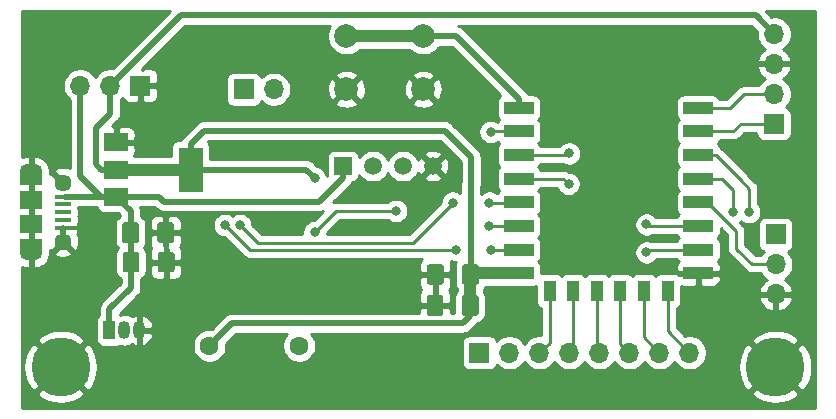
<source format=gbr>
%TF.GenerationSoftware,KiCad,Pcbnew,(5.1.5)-3*%
%TF.CreationDate,2021-01-03T14:47:39+13:00*%
%TF.ProjectId,SensorNodeCircuit,53656e73-6f72-44e6-9f64-654369726375,rev?*%
%TF.SameCoordinates,Original*%
%TF.FileFunction,Copper,L1,Top*%
%TF.FilePolarity,Positive*%
%FSLAX46Y46*%
G04 Gerber Fmt 4.6, Leading zero omitted, Abs format (unit mm)*
G04 Created by KiCad (PCBNEW (5.1.5)-3) date 2021-01-03 14:47:39*
%MOMM*%
%LPD*%
G04 APERTURE LIST*
%ADD10C,5.000000*%
%ADD11C,0.100000*%
%ADD12R,1.900000X1.500000*%
%ADD13C,1.450000*%
%ADD14R,1.350000X0.400000*%
%ADD15O,1.900000X1.200000*%
%ADD16R,1.900000X1.200000*%
%ADD17R,1.700000X1.700000*%
%ADD18O,1.700000X1.700000*%
%ADD19C,1.600000*%
%ADD20R,2.000000X3.800000*%
%ADD21R,2.000000X1.500000*%
%ADD22R,2.500000X1.000000*%
%ADD23R,1.000000X1.800000*%
%ADD24O,1.050000X1.500000*%
%ADD25R,1.050000X1.500000*%
%ADD26R,1.500000X1.500000*%
%ADD27C,1.500000*%
%ADD28C,2.000000*%
%ADD29C,0.800000*%
%ADD30C,0.500000*%
%ADD31C,0.300000*%
%ADD32C,0.250000*%
%ADD33C,1.000000*%
%ADD34C,0.254000*%
G04 APERTURE END LIST*
D10*
X105500000Y-107000000D03*
X166000000Y-107000000D03*
%TA.AperFunction,SMDPad,CuDef*%
D11*
G36*
X114876504Y-94758204D02*
G01*
X114900773Y-94761804D01*
X114924571Y-94767765D01*
X114947671Y-94776030D01*
X114969849Y-94786520D01*
X114990893Y-94799133D01*
X115010598Y-94813747D01*
X115028777Y-94830223D01*
X115045253Y-94848402D01*
X115059867Y-94868107D01*
X115072480Y-94889151D01*
X115082970Y-94911329D01*
X115091235Y-94934429D01*
X115097196Y-94958227D01*
X115100796Y-94982496D01*
X115102000Y-95007000D01*
X115102000Y-96257000D01*
X115100796Y-96281504D01*
X115097196Y-96305773D01*
X115091235Y-96329571D01*
X115082970Y-96352671D01*
X115072480Y-96374849D01*
X115059867Y-96395893D01*
X115045253Y-96415598D01*
X115028777Y-96433777D01*
X115010598Y-96450253D01*
X114990893Y-96464867D01*
X114969849Y-96477480D01*
X114947671Y-96487970D01*
X114924571Y-96496235D01*
X114900773Y-96502196D01*
X114876504Y-96505796D01*
X114852000Y-96507000D01*
X113927000Y-96507000D01*
X113902496Y-96505796D01*
X113878227Y-96502196D01*
X113854429Y-96496235D01*
X113831329Y-96487970D01*
X113809151Y-96477480D01*
X113788107Y-96464867D01*
X113768402Y-96450253D01*
X113750223Y-96433777D01*
X113733747Y-96415598D01*
X113719133Y-96395893D01*
X113706520Y-96374849D01*
X113696030Y-96352671D01*
X113687765Y-96329571D01*
X113681804Y-96305773D01*
X113678204Y-96281504D01*
X113677000Y-96257000D01*
X113677000Y-95007000D01*
X113678204Y-94982496D01*
X113681804Y-94958227D01*
X113687765Y-94934429D01*
X113696030Y-94911329D01*
X113706520Y-94889151D01*
X113719133Y-94868107D01*
X113733747Y-94848402D01*
X113750223Y-94830223D01*
X113768402Y-94813747D01*
X113788107Y-94799133D01*
X113809151Y-94786520D01*
X113831329Y-94776030D01*
X113854429Y-94767765D01*
X113878227Y-94761804D01*
X113902496Y-94758204D01*
X113927000Y-94757000D01*
X114852000Y-94757000D01*
X114876504Y-94758204D01*
G37*
%TD.AperFunction*%
%TA.AperFunction,SMDPad,CuDef*%
G36*
X111901504Y-94758204D02*
G01*
X111925773Y-94761804D01*
X111949571Y-94767765D01*
X111972671Y-94776030D01*
X111994849Y-94786520D01*
X112015893Y-94799133D01*
X112035598Y-94813747D01*
X112053777Y-94830223D01*
X112070253Y-94848402D01*
X112084867Y-94868107D01*
X112097480Y-94889151D01*
X112107970Y-94911329D01*
X112116235Y-94934429D01*
X112122196Y-94958227D01*
X112125796Y-94982496D01*
X112127000Y-95007000D01*
X112127000Y-96257000D01*
X112125796Y-96281504D01*
X112122196Y-96305773D01*
X112116235Y-96329571D01*
X112107970Y-96352671D01*
X112097480Y-96374849D01*
X112084867Y-96395893D01*
X112070253Y-96415598D01*
X112053777Y-96433777D01*
X112035598Y-96450253D01*
X112015893Y-96464867D01*
X111994849Y-96477480D01*
X111972671Y-96487970D01*
X111949571Y-96496235D01*
X111925773Y-96502196D01*
X111901504Y-96505796D01*
X111877000Y-96507000D01*
X110952000Y-96507000D01*
X110927496Y-96505796D01*
X110903227Y-96502196D01*
X110879429Y-96496235D01*
X110856329Y-96487970D01*
X110834151Y-96477480D01*
X110813107Y-96464867D01*
X110793402Y-96450253D01*
X110775223Y-96433777D01*
X110758747Y-96415598D01*
X110744133Y-96395893D01*
X110731520Y-96374849D01*
X110721030Y-96352671D01*
X110712765Y-96329571D01*
X110706804Y-96305773D01*
X110703204Y-96281504D01*
X110702000Y-96257000D01*
X110702000Y-95007000D01*
X110703204Y-94982496D01*
X110706804Y-94958227D01*
X110712765Y-94934429D01*
X110721030Y-94911329D01*
X110731520Y-94889151D01*
X110744133Y-94868107D01*
X110758747Y-94848402D01*
X110775223Y-94830223D01*
X110793402Y-94813747D01*
X110813107Y-94799133D01*
X110834151Y-94786520D01*
X110856329Y-94776030D01*
X110879429Y-94767765D01*
X110903227Y-94761804D01*
X110927496Y-94758204D01*
X110952000Y-94757000D01*
X111877000Y-94757000D01*
X111901504Y-94758204D01*
G37*
%TD.AperFunction*%
%TA.AperFunction,SMDPad,CuDef*%
G36*
X111939004Y-97258204D02*
G01*
X111963273Y-97261804D01*
X111987071Y-97267765D01*
X112010171Y-97276030D01*
X112032349Y-97286520D01*
X112053393Y-97299133D01*
X112073098Y-97313747D01*
X112091277Y-97330223D01*
X112107753Y-97348402D01*
X112122367Y-97368107D01*
X112134980Y-97389151D01*
X112145470Y-97411329D01*
X112153735Y-97434429D01*
X112159696Y-97458227D01*
X112163296Y-97482496D01*
X112164500Y-97507000D01*
X112164500Y-98757000D01*
X112163296Y-98781504D01*
X112159696Y-98805773D01*
X112153735Y-98829571D01*
X112145470Y-98852671D01*
X112134980Y-98874849D01*
X112122367Y-98895893D01*
X112107753Y-98915598D01*
X112091277Y-98933777D01*
X112073098Y-98950253D01*
X112053393Y-98964867D01*
X112032349Y-98977480D01*
X112010171Y-98987970D01*
X111987071Y-98996235D01*
X111963273Y-99002196D01*
X111939004Y-99005796D01*
X111914500Y-99007000D01*
X110989500Y-99007000D01*
X110964996Y-99005796D01*
X110940727Y-99002196D01*
X110916929Y-98996235D01*
X110893829Y-98987970D01*
X110871651Y-98977480D01*
X110850607Y-98964867D01*
X110830902Y-98950253D01*
X110812723Y-98933777D01*
X110796247Y-98915598D01*
X110781633Y-98895893D01*
X110769020Y-98874849D01*
X110758530Y-98852671D01*
X110750265Y-98829571D01*
X110744304Y-98805773D01*
X110740704Y-98781504D01*
X110739500Y-98757000D01*
X110739500Y-97507000D01*
X110740704Y-97482496D01*
X110744304Y-97458227D01*
X110750265Y-97434429D01*
X110758530Y-97411329D01*
X110769020Y-97389151D01*
X110781633Y-97368107D01*
X110796247Y-97348402D01*
X110812723Y-97330223D01*
X110830902Y-97313747D01*
X110850607Y-97299133D01*
X110871651Y-97286520D01*
X110893829Y-97276030D01*
X110916929Y-97267765D01*
X110940727Y-97261804D01*
X110964996Y-97258204D01*
X110989500Y-97257000D01*
X111914500Y-97257000D01*
X111939004Y-97258204D01*
G37*
%TD.AperFunction*%
%TA.AperFunction,SMDPad,CuDef*%
G36*
X114914004Y-97258204D02*
G01*
X114938273Y-97261804D01*
X114962071Y-97267765D01*
X114985171Y-97276030D01*
X115007349Y-97286520D01*
X115028393Y-97299133D01*
X115048098Y-97313747D01*
X115066277Y-97330223D01*
X115082753Y-97348402D01*
X115097367Y-97368107D01*
X115109980Y-97389151D01*
X115120470Y-97411329D01*
X115128735Y-97434429D01*
X115134696Y-97458227D01*
X115138296Y-97482496D01*
X115139500Y-97507000D01*
X115139500Y-98757000D01*
X115138296Y-98781504D01*
X115134696Y-98805773D01*
X115128735Y-98829571D01*
X115120470Y-98852671D01*
X115109980Y-98874849D01*
X115097367Y-98895893D01*
X115082753Y-98915598D01*
X115066277Y-98933777D01*
X115048098Y-98950253D01*
X115028393Y-98964867D01*
X115007349Y-98977480D01*
X114985171Y-98987970D01*
X114962071Y-98996235D01*
X114938273Y-99002196D01*
X114914004Y-99005796D01*
X114889500Y-99007000D01*
X113964500Y-99007000D01*
X113939996Y-99005796D01*
X113915727Y-99002196D01*
X113891929Y-98996235D01*
X113868829Y-98987970D01*
X113846651Y-98977480D01*
X113825607Y-98964867D01*
X113805902Y-98950253D01*
X113787723Y-98933777D01*
X113771247Y-98915598D01*
X113756633Y-98895893D01*
X113744020Y-98874849D01*
X113733530Y-98852671D01*
X113725265Y-98829571D01*
X113719304Y-98805773D01*
X113715704Y-98781504D01*
X113714500Y-98757000D01*
X113714500Y-97507000D01*
X113715704Y-97482496D01*
X113719304Y-97458227D01*
X113725265Y-97434429D01*
X113733530Y-97411329D01*
X113744020Y-97389151D01*
X113756633Y-97368107D01*
X113771247Y-97348402D01*
X113787723Y-97330223D01*
X113805902Y-97313747D01*
X113825607Y-97299133D01*
X113846651Y-97286520D01*
X113868829Y-97276030D01*
X113891929Y-97267765D01*
X113915727Y-97261804D01*
X113939996Y-97258204D01*
X113964500Y-97257000D01*
X114889500Y-97257000D01*
X114914004Y-97258204D01*
G37*
%TD.AperFunction*%
%TA.AperFunction,SMDPad,CuDef*%
G36*
X137716004Y-98306204D02*
G01*
X137740273Y-98309804D01*
X137764071Y-98315765D01*
X137787171Y-98324030D01*
X137809349Y-98334520D01*
X137830393Y-98347133D01*
X137850098Y-98361747D01*
X137868277Y-98378223D01*
X137884753Y-98396402D01*
X137899367Y-98416107D01*
X137911980Y-98437151D01*
X137922470Y-98459329D01*
X137930735Y-98482429D01*
X137936696Y-98506227D01*
X137940296Y-98530496D01*
X137941500Y-98555000D01*
X137941500Y-99805000D01*
X137940296Y-99829504D01*
X137936696Y-99853773D01*
X137930735Y-99877571D01*
X137922470Y-99900671D01*
X137911980Y-99922849D01*
X137899367Y-99943893D01*
X137884753Y-99963598D01*
X137868277Y-99981777D01*
X137850098Y-99998253D01*
X137830393Y-100012867D01*
X137809349Y-100025480D01*
X137787171Y-100035970D01*
X137764071Y-100044235D01*
X137740273Y-100050196D01*
X137716004Y-100053796D01*
X137691500Y-100055000D01*
X136766500Y-100055000D01*
X136741996Y-100053796D01*
X136717727Y-100050196D01*
X136693929Y-100044235D01*
X136670829Y-100035970D01*
X136648651Y-100025480D01*
X136627607Y-100012867D01*
X136607902Y-99998253D01*
X136589723Y-99981777D01*
X136573247Y-99963598D01*
X136558633Y-99943893D01*
X136546020Y-99922849D01*
X136535530Y-99900671D01*
X136527265Y-99877571D01*
X136521304Y-99853773D01*
X136517704Y-99829504D01*
X136516500Y-99805000D01*
X136516500Y-98555000D01*
X136517704Y-98530496D01*
X136521304Y-98506227D01*
X136527265Y-98482429D01*
X136535530Y-98459329D01*
X136546020Y-98437151D01*
X136558633Y-98416107D01*
X136573247Y-98396402D01*
X136589723Y-98378223D01*
X136607902Y-98361747D01*
X136627607Y-98347133D01*
X136648651Y-98334520D01*
X136670829Y-98324030D01*
X136693929Y-98315765D01*
X136717727Y-98309804D01*
X136741996Y-98306204D01*
X136766500Y-98305000D01*
X137691500Y-98305000D01*
X137716004Y-98306204D01*
G37*
%TD.AperFunction*%
%TA.AperFunction,SMDPad,CuDef*%
G36*
X140691004Y-98306204D02*
G01*
X140715273Y-98309804D01*
X140739071Y-98315765D01*
X140762171Y-98324030D01*
X140784349Y-98334520D01*
X140805393Y-98347133D01*
X140825098Y-98361747D01*
X140843277Y-98378223D01*
X140859753Y-98396402D01*
X140874367Y-98416107D01*
X140886980Y-98437151D01*
X140897470Y-98459329D01*
X140905735Y-98482429D01*
X140911696Y-98506227D01*
X140915296Y-98530496D01*
X140916500Y-98555000D01*
X140916500Y-99805000D01*
X140915296Y-99829504D01*
X140911696Y-99853773D01*
X140905735Y-99877571D01*
X140897470Y-99900671D01*
X140886980Y-99922849D01*
X140874367Y-99943893D01*
X140859753Y-99963598D01*
X140843277Y-99981777D01*
X140825098Y-99998253D01*
X140805393Y-100012867D01*
X140784349Y-100025480D01*
X140762171Y-100035970D01*
X140739071Y-100044235D01*
X140715273Y-100050196D01*
X140691004Y-100053796D01*
X140666500Y-100055000D01*
X139741500Y-100055000D01*
X139716996Y-100053796D01*
X139692727Y-100050196D01*
X139668929Y-100044235D01*
X139645829Y-100035970D01*
X139623651Y-100025480D01*
X139602607Y-100012867D01*
X139582902Y-99998253D01*
X139564723Y-99981777D01*
X139548247Y-99963598D01*
X139533633Y-99943893D01*
X139521020Y-99922849D01*
X139510530Y-99900671D01*
X139502265Y-99877571D01*
X139496304Y-99853773D01*
X139492704Y-99829504D01*
X139491500Y-99805000D01*
X139491500Y-98555000D01*
X139492704Y-98530496D01*
X139496304Y-98506227D01*
X139502265Y-98482429D01*
X139510530Y-98459329D01*
X139521020Y-98437151D01*
X139533633Y-98416107D01*
X139548247Y-98396402D01*
X139564723Y-98378223D01*
X139582902Y-98361747D01*
X139602607Y-98347133D01*
X139623651Y-98334520D01*
X139645829Y-98324030D01*
X139668929Y-98315765D01*
X139692727Y-98309804D01*
X139716996Y-98306204D01*
X139741500Y-98305000D01*
X140666500Y-98305000D01*
X140691004Y-98306204D01*
G37*
%TD.AperFunction*%
%TA.AperFunction,SMDPad,CuDef*%
G36*
X140662004Y-100926204D02*
G01*
X140686273Y-100929804D01*
X140710071Y-100935765D01*
X140733171Y-100944030D01*
X140755349Y-100954520D01*
X140776393Y-100967133D01*
X140796098Y-100981747D01*
X140814277Y-100998223D01*
X140830753Y-101016402D01*
X140845367Y-101036107D01*
X140857980Y-101057151D01*
X140868470Y-101079329D01*
X140876735Y-101102429D01*
X140882696Y-101126227D01*
X140886296Y-101150496D01*
X140887500Y-101175000D01*
X140887500Y-102425000D01*
X140886296Y-102449504D01*
X140882696Y-102473773D01*
X140876735Y-102497571D01*
X140868470Y-102520671D01*
X140857980Y-102542849D01*
X140845367Y-102563893D01*
X140830753Y-102583598D01*
X140814277Y-102601777D01*
X140796098Y-102618253D01*
X140776393Y-102632867D01*
X140755349Y-102645480D01*
X140733171Y-102655970D01*
X140710071Y-102664235D01*
X140686273Y-102670196D01*
X140662004Y-102673796D01*
X140637500Y-102675000D01*
X139712500Y-102675000D01*
X139687996Y-102673796D01*
X139663727Y-102670196D01*
X139639929Y-102664235D01*
X139616829Y-102655970D01*
X139594651Y-102645480D01*
X139573607Y-102632867D01*
X139553902Y-102618253D01*
X139535723Y-102601777D01*
X139519247Y-102583598D01*
X139504633Y-102563893D01*
X139492020Y-102542849D01*
X139481530Y-102520671D01*
X139473265Y-102497571D01*
X139467304Y-102473773D01*
X139463704Y-102449504D01*
X139462500Y-102425000D01*
X139462500Y-101175000D01*
X139463704Y-101150496D01*
X139467304Y-101126227D01*
X139473265Y-101102429D01*
X139481530Y-101079329D01*
X139492020Y-101057151D01*
X139504633Y-101036107D01*
X139519247Y-101016402D01*
X139535723Y-100998223D01*
X139553902Y-100981747D01*
X139573607Y-100967133D01*
X139594651Y-100954520D01*
X139616829Y-100944030D01*
X139639929Y-100935765D01*
X139663727Y-100929804D01*
X139687996Y-100926204D01*
X139712500Y-100925000D01*
X140637500Y-100925000D01*
X140662004Y-100926204D01*
G37*
%TD.AperFunction*%
%TA.AperFunction,SMDPad,CuDef*%
G36*
X137687004Y-100926204D02*
G01*
X137711273Y-100929804D01*
X137735071Y-100935765D01*
X137758171Y-100944030D01*
X137780349Y-100954520D01*
X137801393Y-100967133D01*
X137821098Y-100981747D01*
X137839277Y-100998223D01*
X137855753Y-101016402D01*
X137870367Y-101036107D01*
X137882980Y-101057151D01*
X137893470Y-101079329D01*
X137901735Y-101102429D01*
X137907696Y-101126227D01*
X137911296Y-101150496D01*
X137912500Y-101175000D01*
X137912500Y-102425000D01*
X137911296Y-102449504D01*
X137907696Y-102473773D01*
X137901735Y-102497571D01*
X137893470Y-102520671D01*
X137882980Y-102542849D01*
X137870367Y-102563893D01*
X137855753Y-102583598D01*
X137839277Y-102601777D01*
X137821098Y-102618253D01*
X137801393Y-102632867D01*
X137780349Y-102645480D01*
X137758171Y-102655970D01*
X137735071Y-102664235D01*
X137711273Y-102670196D01*
X137687004Y-102673796D01*
X137662500Y-102675000D01*
X136737500Y-102675000D01*
X136712996Y-102673796D01*
X136688727Y-102670196D01*
X136664929Y-102664235D01*
X136641829Y-102655970D01*
X136619651Y-102645480D01*
X136598607Y-102632867D01*
X136578902Y-102618253D01*
X136560723Y-102601777D01*
X136544247Y-102583598D01*
X136529633Y-102563893D01*
X136517020Y-102542849D01*
X136506530Y-102520671D01*
X136498265Y-102497571D01*
X136492304Y-102473773D01*
X136488704Y-102449504D01*
X136487500Y-102425000D01*
X136487500Y-101175000D01*
X136488704Y-101150496D01*
X136492304Y-101126227D01*
X136498265Y-101102429D01*
X136506530Y-101079329D01*
X136517020Y-101057151D01*
X136529633Y-101036107D01*
X136544247Y-101016402D01*
X136560723Y-100998223D01*
X136578902Y-100981747D01*
X136598607Y-100967133D01*
X136619651Y-100954520D01*
X136641829Y-100944030D01*
X136664929Y-100935765D01*
X136688727Y-100929804D01*
X136712996Y-100926204D01*
X136737500Y-100925000D01*
X137662500Y-100925000D01*
X137687004Y-100926204D01*
G37*
%TD.AperFunction*%
D12*
X103000000Y-94900000D03*
D13*
X105700000Y-91400000D03*
D14*
X105700000Y-93250000D03*
X105700000Y-92600000D03*
X105700000Y-95200000D03*
X105700000Y-94550000D03*
X105700000Y-93900000D03*
D13*
X105700000Y-96400000D03*
D12*
X103000000Y-92900000D03*
D15*
X103000000Y-90400000D03*
X103000000Y-97400000D03*
D16*
X103000000Y-96800000D03*
X103000000Y-91000000D03*
D17*
X165900000Y-86430000D03*
D18*
X165900000Y-83890000D03*
X165900000Y-81350000D03*
X165900000Y-78810000D03*
D17*
X140960000Y-105800000D03*
D18*
X143500000Y-105800000D03*
X146040000Y-105800000D03*
X148580000Y-105800000D03*
X151120000Y-105800000D03*
X153660000Y-105800000D03*
X156200000Y-105800000D03*
X158740000Y-105800000D03*
D17*
X166036000Y-95788000D03*
D18*
X166036000Y-98328000D03*
X166036000Y-100868000D03*
D17*
X112240000Y-83200000D03*
D18*
X109700000Y-83200000D03*
X107160000Y-83200000D03*
D17*
X121000000Y-83500000D03*
D18*
X123540000Y-83500000D03*
D19*
X118100000Y-105200000D03*
X125700000Y-105200000D03*
D20*
X116500000Y-90300000D03*
D21*
X110200000Y-90300000D03*
X110200000Y-92600000D03*
X110200000Y-88000000D03*
D22*
X144291001Y-85071001D03*
X144291001Y-87071001D03*
X144291001Y-89071001D03*
X144291001Y-91071001D03*
X144291001Y-93071001D03*
X144291001Y-95071001D03*
X144291001Y-97071001D03*
X144291001Y-99071001D03*
D23*
X146891001Y-100571001D03*
X148891001Y-100571001D03*
X150891001Y-100571001D03*
X152891001Y-100571001D03*
X154891001Y-100571001D03*
X156891001Y-100571001D03*
D22*
X159491001Y-99071001D03*
X159491001Y-97071001D03*
X159491001Y-95071001D03*
X159491001Y-93071001D03*
X159491001Y-91071001D03*
X159491001Y-89071001D03*
X159491001Y-87071001D03*
X159491001Y-85071001D03*
D24*
X110900000Y-103900000D03*
X112170000Y-103900000D03*
D25*
X109630000Y-103900000D03*
D26*
X129400000Y-90000000D03*
D27*
X131940000Y-90000000D03*
X134480000Y-90000000D03*
X137020000Y-90000000D03*
D28*
X136200000Y-79000000D03*
X136200000Y-83500000D03*
X129700000Y-79000000D03*
X129700000Y-83500000D03*
D29*
X129000000Y-101000000D03*
X131000000Y-101000000D03*
X131000000Y-99000000D03*
X129000000Y-99000000D03*
X119000000Y-89000000D03*
X113000000Y-88000000D03*
X113000000Y-86000000D03*
X115000000Y-86000000D03*
X108000000Y-95000000D03*
X108000000Y-96500000D03*
X105500000Y-98500000D03*
X107500000Y-98000000D03*
X133000000Y-84000000D03*
X133000000Y-82000000D03*
X127000000Y-91000000D03*
X162400000Y-93900000D03*
X163800000Y-93900000D03*
X148546000Y-88926000D03*
X148500000Y-91500000D03*
X155088500Y-97306000D03*
X155088500Y-94936000D03*
X127000000Y-95600000D03*
X133900000Y-93800000D03*
X141900000Y-87100000D03*
X120700000Y-95000000D03*
X138700000Y-93100000D03*
X141800000Y-93100000D03*
X141800000Y-95100000D03*
X139000000Y-97100000D03*
X141900000Y-97100000D03*
X119400000Y-95000000D03*
D30*
X105700000Y-96400000D02*
X105700000Y-95200000D01*
D31*
X105700000Y-95200000D02*
X107800000Y-95200000D01*
X107800000Y-95200000D02*
X107800000Y-95200000D01*
D30*
X105850000Y-92600000D02*
X110200000Y-92600000D01*
D32*
X105700000Y-92600000D02*
X105850000Y-92600000D01*
X111452000Y-95669500D02*
X111414500Y-95632000D01*
D30*
X111452000Y-98132000D02*
X111452000Y-95669500D01*
D32*
X110450000Y-92600000D02*
X110200000Y-92600000D01*
D30*
X111414500Y-95632000D02*
X111414500Y-93814500D01*
X111414500Y-93814500D02*
X110200000Y-92600000D01*
D32*
X108950000Y-92600000D02*
X110200000Y-92600000D01*
D30*
X107750000Y-91400000D02*
X108950000Y-92600000D01*
X109630000Y-103900000D02*
X109630000Y-102120000D01*
X111452000Y-100298000D02*
X111452000Y-98132000D01*
X109630000Y-102120000D02*
X111452000Y-100298000D01*
X107160000Y-90810000D02*
X107750000Y-91400000D01*
X107160000Y-83200000D02*
X107160000Y-90810000D01*
X129400000Y-91000000D02*
X129400000Y-90000000D01*
X110200000Y-92600000D02*
X113850000Y-92600000D01*
X113850000Y-92600000D02*
X114250000Y-93000000D01*
X127400000Y-93000000D02*
X129400000Y-91000000D01*
X114250000Y-93000000D02*
X127400000Y-93000000D01*
D33*
X110200000Y-90300000D02*
X116500000Y-90300000D01*
D30*
X109700000Y-83200000D02*
X109700000Y-85550000D01*
X109700000Y-85550000D02*
X108500000Y-86750000D01*
X108950000Y-90300000D02*
X110200000Y-90300000D01*
X108500000Y-89850000D02*
X108950000Y-90300000D01*
X108500000Y-86750000D02*
X108500000Y-89850000D01*
D32*
X140175000Y-99209000D02*
X140204000Y-99180000D01*
D33*
X140175000Y-101800000D02*
X140175000Y-99209000D01*
D32*
X140312999Y-99071001D02*
X140204000Y-99180000D01*
D33*
X144291001Y-99071001D02*
X140312999Y-99071001D01*
X116500000Y-90300000D02*
X116500000Y-90300000D01*
D30*
X126300000Y-90300000D02*
X127000000Y-91000000D01*
X116500000Y-90300000D02*
X126300000Y-90300000D01*
X109700000Y-83200000D02*
X115650000Y-77250000D01*
X164340000Y-77250000D02*
X165900000Y-78810000D01*
X115650000Y-77250000D02*
X164340000Y-77250000D01*
D32*
X140204000Y-91592998D02*
X140250000Y-91546998D01*
D30*
X140204000Y-99180000D02*
X140204000Y-91592998D01*
X140250000Y-91546998D02*
X140250000Y-89250000D01*
X140250000Y-89250000D02*
X138000000Y-87000000D01*
X117650000Y-87000000D02*
X116500000Y-88150000D01*
X116500000Y-88150000D02*
X116500000Y-90300000D01*
X138000000Y-87000000D02*
X117650000Y-87000000D01*
X118100000Y-105200000D02*
X120000000Y-103300000D01*
D32*
X140175000Y-102675000D02*
X140175000Y-101800000D01*
D30*
X139550000Y-103300000D02*
X140175000Y-102675000D01*
X120000000Y-103300000D02*
X139550000Y-103300000D01*
D32*
X159491001Y-87071001D02*
X162428999Y-87071001D01*
X163070000Y-86430000D02*
X165900000Y-86430000D01*
X162428999Y-87071001D02*
X163070000Y-86430000D01*
X165900000Y-83890000D02*
X163360000Y-83890000D01*
X162178999Y-85071001D02*
X159491001Y-85071001D01*
X163360000Y-83890000D02*
X162178999Y-85071001D01*
X162400000Y-93900000D02*
X162400000Y-92000000D01*
X161471001Y-91071001D02*
X159491001Y-91071001D01*
X162400000Y-92000000D02*
X161471001Y-91071001D01*
X160991001Y-89071001D02*
X163000000Y-91080000D01*
X159491001Y-89071001D02*
X160991001Y-89071001D01*
X163000000Y-91080000D02*
X163000000Y-91100000D01*
X163800000Y-91900000D02*
X163800000Y-93900000D01*
X163000000Y-91100000D02*
X163800000Y-91900000D01*
X146891001Y-104948999D02*
X146891001Y-100571001D01*
X146040000Y-105800000D02*
X146891001Y-104948999D01*
X148891001Y-105488999D02*
X148580000Y-105800000D01*
X148891001Y-100571001D02*
X148891001Y-105488999D01*
X150891001Y-105571001D02*
X151120000Y-105800000D01*
X150891001Y-100571001D02*
X150891001Y-105571001D01*
X152891001Y-105031001D02*
X153660000Y-105800000D01*
X152891001Y-100571001D02*
X152891001Y-105031001D01*
X154891001Y-104491001D02*
X154891001Y-100571001D01*
X156200000Y-105800000D02*
X154891001Y-104491001D01*
X156891001Y-103951001D02*
X156891001Y-100571001D01*
X158740000Y-105800000D02*
X156891001Y-103951001D01*
X160241001Y-93071001D02*
X159491001Y-93071001D01*
X166036000Y-98328000D02*
X164028000Y-98328000D01*
X162700000Y-95530000D02*
X160241001Y-93071001D01*
X162700000Y-97000000D02*
X162700000Y-95530000D01*
X164028000Y-98328000D02*
X162700000Y-97000000D01*
D33*
X129700000Y-79000000D02*
X136200000Y-79000000D01*
D30*
X144291001Y-84321001D02*
X144291001Y-85071001D01*
X138970000Y-79000000D02*
X144291001Y-84321001D01*
X136200000Y-79000000D02*
X138970000Y-79000000D01*
D32*
X148400999Y-89071001D02*
X148546000Y-88926000D01*
X144291001Y-89071001D02*
X148400999Y-89071001D01*
X148071001Y-91071001D02*
X148500000Y-91500000D01*
X144291001Y-91071001D02*
X148071001Y-91071001D01*
X155323499Y-97071001D02*
X155088500Y-97306000D01*
X159491001Y-97071001D02*
X155323499Y-97071001D01*
X155223501Y-95071001D02*
X155088500Y-94936000D01*
X159491001Y-95071001D02*
X155223501Y-95071001D01*
X141928999Y-87071001D02*
X141900000Y-87100000D01*
X144291001Y-87071001D02*
X141928999Y-87071001D01*
X127000000Y-95600000D02*
X128800000Y-93800000D01*
X128800000Y-93800000D02*
X133900000Y-93800000D01*
X144262002Y-93100000D02*
X144291001Y-93071001D01*
X141800000Y-93100000D02*
X144262002Y-93100000D01*
X120700000Y-95000000D02*
X122200000Y-96500000D01*
X122200000Y-96500000D02*
X135300000Y-96500000D01*
X135300000Y-96500000D02*
X138700000Y-93100000D01*
X144262002Y-95100000D02*
X144291001Y-95071001D01*
X141800000Y-95100000D02*
X144262002Y-95100000D01*
X144262002Y-97100000D02*
X144291001Y-97071001D01*
X141900000Y-97100000D02*
X144262002Y-97100000D01*
X121500000Y-97100000D02*
X119400000Y-95000000D01*
X139000000Y-97100000D02*
X121500000Y-97100000D01*
D34*
G36*
X109918961Y-81729461D02*
G01*
X109846260Y-81715000D01*
X109553740Y-81715000D01*
X109266842Y-81772068D01*
X108996589Y-81884010D01*
X108753368Y-82046525D01*
X108546525Y-82253368D01*
X108430000Y-82427760D01*
X108313475Y-82253368D01*
X108106632Y-82046525D01*
X107863411Y-81884010D01*
X107593158Y-81772068D01*
X107306260Y-81715000D01*
X107013740Y-81715000D01*
X106726842Y-81772068D01*
X106456589Y-81884010D01*
X106213368Y-82046525D01*
X106006525Y-82253368D01*
X105844010Y-82496589D01*
X105732068Y-82766842D01*
X105675000Y-83053740D01*
X105675000Y-83346260D01*
X105732068Y-83633158D01*
X105844010Y-83903411D01*
X106006525Y-84146632D01*
X106213368Y-84353475D01*
X106275000Y-84394656D01*
X106275001Y-90167533D01*
X106154322Y-90111150D01*
X105894151Y-90047281D01*
X105626518Y-90035396D01*
X105361709Y-90075952D01*
X105109900Y-90167391D01*
X105002965Y-90224550D01*
X104940472Y-90460867D01*
X105700000Y-91220395D01*
X105714143Y-91206253D01*
X105893748Y-91385858D01*
X105879605Y-91400000D01*
X105893748Y-91414143D01*
X105714143Y-91593748D01*
X105700000Y-91579605D01*
X105685858Y-91593748D01*
X105506253Y-91414143D01*
X105520395Y-91400000D01*
X104760867Y-90640472D01*
X104585267Y-90686909D01*
X104588072Y-90400000D01*
X104585000Y-90368808D01*
X104585000Y-90272998D01*
X104575048Y-90272998D01*
X104539502Y-90155820D01*
X104519679Y-90118735D01*
X104543462Y-90082391D01*
X104539591Y-90044718D01*
X104447421Y-89819467D01*
X104313078Y-89616526D01*
X104141725Y-89443693D01*
X103939946Y-89307610D01*
X103715496Y-89213507D01*
X103477000Y-89165000D01*
X103127000Y-89165000D01*
X103127000Y-92773000D01*
X103147000Y-92773000D01*
X103147000Y-93027000D01*
X103127000Y-93027000D01*
X103127000Y-94773000D01*
X103147000Y-94773000D01*
X103147000Y-95027000D01*
X103127000Y-95027000D01*
X103127000Y-98635000D01*
X103477000Y-98635000D01*
X103715496Y-98586493D01*
X103939946Y-98492390D01*
X104141725Y-98356307D01*
X104313078Y-98183474D01*
X104447421Y-97980533D01*
X104539591Y-97755282D01*
X104543462Y-97717609D01*
X104519679Y-97681265D01*
X104539502Y-97644180D01*
X104575048Y-97527002D01*
X104585000Y-97527002D01*
X104585000Y-97431192D01*
X104588072Y-97400000D01*
X104587477Y-97339133D01*
X104940472Y-97339133D01*
X105002965Y-97575450D01*
X105245678Y-97688850D01*
X105505849Y-97752719D01*
X105773482Y-97764604D01*
X106038291Y-97724048D01*
X106290100Y-97632609D01*
X106397035Y-97575450D01*
X106459528Y-97339133D01*
X105700000Y-96579605D01*
X104940472Y-97339133D01*
X104587477Y-97339133D01*
X104585267Y-97113091D01*
X104760867Y-97159528D01*
X105520395Y-96400000D01*
X105506253Y-96385858D01*
X105685858Y-96206253D01*
X105700000Y-96220395D01*
X105714143Y-96206253D01*
X105893748Y-96385858D01*
X105879605Y-96400000D01*
X106639133Y-97159528D01*
X106875450Y-97097035D01*
X106988850Y-96854322D01*
X107052719Y-96594151D01*
X107064604Y-96326518D01*
X107024048Y-96061709D01*
X106932609Y-95809900D01*
X106903725Y-95755864D01*
X106960521Y-95653576D01*
X106998741Y-95534474D01*
X107010000Y-95431750D01*
X106851250Y-95273000D01*
X106738678Y-95273000D01*
X106826185Y-95201185D01*
X106905537Y-95104494D01*
X106942032Y-95036218D01*
X107010000Y-94968250D01*
X107000012Y-94877120D01*
X107000812Y-94874482D01*
X107013072Y-94750000D01*
X107013072Y-94350000D01*
X107000812Y-94225518D01*
X107000655Y-94225000D01*
X107000812Y-94224482D01*
X107013072Y-94100000D01*
X107013072Y-93700000D01*
X107000812Y-93575518D01*
X107000655Y-93575000D01*
X107000812Y-93574482D01*
X107009625Y-93485000D01*
X108577379Y-93485000D01*
X108610498Y-93594180D01*
X108669463Y-93704494D01*
X108748815Y-93801185D01*
X108845506Y-93880537D01*
X108955820Y-93939502D01*
X109075518Y-93975812D01*
X109200000Y-93988072D01*
X110336493Y-93988072D01*
X110529501Y-94181080D01*
X110529501Y-94230705D01*
X110458614Y-94268595D01*
X110324038Y-94379038D01*
X110213595Y-94513614D01*
X110131528Y-94667150D01*
X110080992Y-94833746D01*
X110063928Y-95007000D01*
X110063928Y-96257000D01*
X110080992Y-96430254D01*
X110131528Y-96596850D01*
X110213595Y-96750386D01*
X110324038Y-96884962D01*
X110343541Y-96900968D01*
X110251095Y-97013614D01*
X110169028Y-97167150D01*
X110118492Y-97333746D01*
X110101428Y-97507000D01*
X110101428Y-98757000D01*
X110118492Y-98930254D01*
X110169028Y-99096850D01*
X110251095Y-99250386D01*
X110361538Y-99384962D01*
X110496114Y-99495405D01*
X110567000Y-99533295D01*
X110567000Y-99931421D01*
X109034951Y-101463471D01*
X109001184Y-101491183D01*
X108973471Y-101524951D01*
X108973468Y-101524954D01*
X108890590Y-101625941D01*
X108808412Y-101779687D01*
X108757805Y-101946510D01*
X108740719Y-102120000D01*
X108745001Y-102163479D01*
X108745001Y-102623981D01*
X108653815Y-102698815D01*
X108574463Y-102795506D01*
X108515498Y-102905820D01*
X108479188Y-103025518D01*
X108466928Y-103150000D01*
X108466928Y-104650000D01*
X108479188Y-104774482D01*
X108515498Y-104894180D01*
X108574463Y-105004494D01*
X108653815Y-105101185D01*
X108750506Y-105180537D01*
X108860820Y-105239502D01*
X108980518Y-105275812D01*
X109105000Y-105288072D01*
X110155000Y-105288072D01*
X110279482Y-105275812D01*
X110399180Y-105239502D01*
X110463902Y-105204907D01*
X110672601Y-105268215D01*
X110900000Y-105290612D01*
X111127400Y-105268215D01*
X111346060Y-105201885D01*
X111534669Y-105101071D01*
X111593118Y-105142275D01*
X111802663Y-105235272D01*
X111864190Y-105243964D01*
X112043000Y-105118163D01*
X112043000Y-104353108D01*
X112043215Y-104352399D01*
X112060000Y-104181978D01*
X112060000Y-104027000D01*
X112297000Y-104027000D01*
X112297000Y-105118163D01*
X112475810Y-105243964D01*
X112537337Y-105235272D01*
X112746882Y-105142275D01*
X112934258Y-105010184D01*
X113092264Y-104844076D01*
X113214828Y-104650334D01*
X113297239Y-104436404D01*
X113336331Y-104210507D01*
X113176598Y-104027000D01*
X112297000Y-104027000D01*
X112060000Y-104027000D01*
X112060000Y-103618021D01*
X112043215Y-103447600D01*
X112043000Y-103446891D01*
X112043000Y-102681837D01*
X112297000Y-102681837D01*
X112297000Y-103773000D01*
X113176598Y-103773000D01*
X113336331Y-103589493D01*
X113297239Y-103363596D01*
X113214828Y-103149666D01*
X113092264Y-102955924D01*
X112934258Y-102789816D01*
X112746882Y-102657725D01*
X112537337Y-102564728D01*
X112475810Y-102556036D01*
X112297000Y-102681837D01*
X112043000Y-102681837D01*
X111864190Y-102556036D01*
X111802663Y-102564728D01*
X111593118Y-102657725D01*
X111534669Y-102698929D01*
X111346059Y-102598115D01*
X111127399Y-102531785D01*
X110900000Y-102509388D01*
X110672600Y-102531785D01*
X110515000Y-102579593D01*
X110515000Y-102486578D01*
X112047050Y-100954529D01*
X112080817Y-100926817D01*
X112082308Y-100925000D01*
X135849428Y-100925000D01*
X135852500Y-101514250D01*
X136011250Y-101673000D01*
X137073000Y-101673000D01*
X137073000Y-100560250D01*
X137102000Y-100531250D01*
X137102000Y-100448750D01*
X137327000Y-100448750D01*
X137327000Y-101673000D01*
X138388750Y-101673000D01*
X138547500Y-101514250D01*
X138550572Y-100925000D01*
X138538312Y-100800518D01*
X138502002Y-100680820D01*
X138443037Y-100570506D01*
X138391230Y-100507379D01*
X138392685Y-100506185D01*
X138472037Y-100409494D01*
X138531002Y-100299180D01*
X138567312Y-100179482D01*
X138579572Y-100055000D01*
X138576500Y-99465750D01*
X138417750Y-99307000D01*
X137356000Y-99307000D01*
X137356000Y-100419750D01*
X137327000Y-100448750D01*
X137102000Y-100448750D01*
X137102000Y-99307000D01*
X136040250Y-99307000D01*
X135881500Y-99465750D01*
X135878428Y-100055000D01*
X135890688Y-100179482D01*
X135926998Y-100299180D01*
X135985963Y-100409494D01*
X136037770Y-100472621D01*
X136036315Y-100473815D01*
X135956963Y-100570506D01*
X135897998Y-100680820D01*
X135861688Y-100800518D01*
X135849428Y-100925000D01*
X112082308Y-100925000D01*
X112191411Y-100792059D01*
X112273589Y-100638313D01*
X112324195Y-100471490D01*
X112337000Y-100341477D01*
X112337000Y-100341467D01*
X112341281Y-100298001D01*
X112337000Y-100254535D01*
X112337000Y-99533294D01*
X112407886Y-99495405D01*
X112542462Y-99384962D01*
X112652905Y-99250386D01*
X112734972Y-99096850D01*
X112762227Y-99007000D01*
X113076428Y-99007000D01*
X113088688Y-99131482D01*
X113124998Y-99251180D01*
X113183963Y-99361494D01*
X113263315Y-99458185D01*
X113360006Y-99537537D01*
X113470320Y-99596502D01*
X113590018Y-99632812D01*
X113714500Y-99645072D01*
X114141250Y-99642000D01*
X114300000Y-99483250D01*
X114300000Y-98259000D01*
X114554000Y-98259000D01*
X114554000Y-99483250D01*
X114712750Y-99642000D01*
X115139500Y-99645072D01*
X115263982Y-99632812D01*
X115383680Y-99596502D01*
X115493994Y-99537537D01*
X115590685Y-99458185D01*
X115670037Y-99361494D01*
X115729002Y-99251180D01*
X115765312Y-99131482D01*
X115777572Y-99007000D01*
X115774500Y-98417750D01*
X115615750Y-98259000D01*
X114554000Y-98259000D01*
X114300000Y-98259000D01*
X113238250Y-98259000D01*
X113079500Y-98417750D01*
X113076428Y-99007000D01*
X112762227Y-99007000D01*
X112785508Y-98930254D01*
X112802572Y-98757000D01*
X112802572Y-97507000D01*
X112785508Y-97333746D01*
X112734972Y-97167150D01*
X112652905Y-97013614D01*
X112542462Y-96879038D01*
X112522959Y-96863032D01*
X112615405Y-96750386D01*
X112697472Y-96596850D01*
X112724727Y-96507000D01*
X113038928Y-96507000D01*
X113051188Y-96631482D01*
X113087498Y-96751180D01*
X113146463Y-96861494D01*
X113182447Y-96905341D01*
X113124998Y-97012820D01*
X113088688Y-97132518D01*
X113076428Y-97257000D01*
X113079500Y-97846250D01*
X113238250Y-98005000D01*
X114300000Y-98005000D01*
X114300000Y-96780750D01*
X114262500Y-96743250D01*
X114262500Y-95759000D01*
X114516500Y-95759000D01*
X114516500Y-96983250D01*
X114554000Y-97020750D01*
X114554000Y-98005000D01*
X115615750Y-98005000D01*
X115774500Y-97846250D01*
X115777572Y-97257000D01*
X115765312Y-97132518D01*
X115729002Y-97012820D01*
X115670037Y-96902506D01*
X115634053Y-96858659D01*
X115691502Y-96751180D01*
X115727812Y-96631482D01*
X115740072Y-96507000D01*
X115737000Y-95917750D01*
X115578250Y-95759000D01*
X114516500Y-95759000D01*
X114262500Y-95759000D01*
X113200750Y-95759000D01*
X113042000Y-95917750D01*
X113038928Y-96507000D01*
X112724727Y-96507000D01*
X112748008Y-96430254D01*
X112765072Y-96257000D01*
X112765072Y-95007000D01*
X112748008Y-94833746D01*
X112724728Y-94757000D01*
X113038928Y-94757000D01*
X113042000Y-95346250D01*
X113200750Y-95505000D01*
X114262500Y-95505000D01*
X114262500Y-94280750D01*
X114516500Y-94280750D01*
X114516500Y-95505000D01*
X115578250Y-95505000D01*
X115737000Y-95346250D01*
X115740072Y-94757000D01*
X115727812Y-94632518D01*
X115691502Y-94512820D01*
X115632537Y-94402506D01*
X115553185Y-94305815D01*
X115456494Y-94226463D01*
X115346180Y-94167498D01*
X115226482Y-94131188D01*
X115102000Y-94118928D01*
X114675250Y-94122000D01*
X114516500Y-94280750D01*
X114262500Y-94280750D01*
X114103750Y-94122000D01*
X113677000Y-94118928D01*
X113552518Y-94131188D01*
X113432820Y-94167498D01*
X113322506Y-94226463D01*
X113225815Y-94305815D01*
X113146463Y-94402506D01*
X113087498Y-94512820D01*
X113051188Y-94632518D01*
X113038928Y-94757000D01*
X112724728Y-94757000D01*
X112697472Y-94667150D01*
X112615405Y-94513614D01*
X112504962Y-94379038D01*
X112370386Y-94268595D01*
X112299500Y-94230706D01*
X112299500Y-93857965D01*
X112303781Y-93814499D01*
X112299500Y-93771033D01*
X112299500Y-93771023D01*
X112286695Y-93641010D01*
X112239369Y-93485000D01*
X113483422Y-93485000D01*
X113593466Y-93595044D01*
X113621183Y-93628817D01*
X113755941Y-93739411D01*
X113909687Y-93821589D01*
X114076510Y-93872195D01*
X114206523Y-93885000D01*
X114206533Y-93885000D01*
X114249999Y-93889281D01*
X114293465Y-93885000D01*
X127356531Y-93885000D01*
X127400000Y-93889281D01*
X127443469Y-93885000D01*
X127443477Y-93885000D01*
X127573490Y-93872195D01*
X127687626Y-93837572D01*
X126960198Y-94565000D01*
X126898061Y-94565000D01*
X126698102Y-94604774D01*
X126509744Y-94682795D01*
X126340226Y-94796063D01*
X126196063Y-94940226D01*
X126082795Y-95109744D01*
X126004774Y-95298102D01*
X125965000Y-95498061D01*
X125965000Y-95701939D01*
X125972571Y-95740000D01*
X122514802Y-95740000D01*
X121735000Y-94960199D01*
X121735000Y-94898061D01*
X121695226Y-94698102D01*
X121617205Y-94509744D01*
X121503937Y-94340226D01*
X121359774Y-94196063D01*
X121190256Y-94082795D01*
X121001898Y-94004774D01*
X120801939Y-93965000D01*
X120598061Y-93965000D01*
X120398102Y-94004774D01*
X120209744Y-94082795D01*
X120050000Y-94189532D01*
X119890256Y-94082795D01*
X119701898Y-94004774D01*
X119501939Y-93965000D01*
X119298061Y-93965000D01*
X119098102Y-94004774D01*
X118909744Y-94082795D01*
X118740226Y-94196063D01*
X118596063Y-94340226D01*
X118482795Y-94509744D01*
X118404774Y-94698102D01*
X118365000Y-94898061D01*
X118365000Y-95101939D01*
X118404774Y-95301898D01*
X118482795Y-95490256D01*
X118596063Y-95659774D01*
X118740226Y-95803937D01*
X118909744Y-95917205D01*
X119098102Y-95995226D01*
X119298061Y-96035000D01*
X119360199Y-96035000D01*
X120936205Y-97611008D01*
X120959999Y-97640001D01*
X120988992Y-97663795D01*
X120988996Y-97663799D01*
X121051992Y-97715498D01*
X121075724Y-97734974D01*
X121207753Y-97805546D01*
X121351014Y-97849003D01*
X121462667Y-97860000D01*
X121462676Y-97860000D01*
X121499999Y-97863676D01*
X121537322Y-97860000D01*
X136060239Y-97860000D01*
X135985963Y-97950506D01*
X135926998Y-98060820D01*
X135890688Y-98180518D01*
X135878428Y-98305000D01*
X135881500Y-98894250D01*
X136040250Y-99053000D01*
X137102000Y-99053000D01*
X137102000Y-99033000D01*
X137356000Y-99033000D01*
X137356000Y-99053000D01*
X138417750Y-99053000D01*
X138576500Y-98894250D01*
X138579572Y-98305000D01*
X138567312Y-98180518D01*
X138531002Y-98060820D01*
X138506547Y-98015069D01*
X138509744Y-98017205D01*
X138698102Y-98095226D01*
X138898061Y-98135000D01*
X138963869Y-98135000D01*
X138921028Y-98215150D01*
X138870492Y-98381746D01*
X138853428Y-98555000D01*
X138853428Y-99805000D01*
X138870492Y-99978254D01*
X138921028Y-100144850D01*
X139003095Y-100298386D01*
X139040001Y-100343356D01*
X139040000Y-100601307D01*
X138974095Y-100681614D01*
X138892028Y-100835150D01*
X138841492Y-101001746D01*
X138824428Y-101175000D01*
X138824428Y-102415000D01*
X138549217Y-102415000D01*
X138547500Y-102085750D01*
X138388750Y-101927000D01*
X137327000Y-101927000D01*
X137327000Y-101947000D01*
X137073000Y-101947000D01*
X137073000Y-101927000D01*
X136011250Y-101927000D01*
X135852500Y-102085750D01*
X135850783Y-102415000D01*
X120043469Y-102415000D01*
X120000000Y-102410719D01*
X119956531Y-102415000D01*
X119956523Y-102415000D01*
X119826510Y-102427805D01*
X119659687Y-102478411D01*
X119559830Y-102531785D01*
X119505941Y-102560589D01*
X119404953Y-102643468D01*
X119404951Y-102643470D01*
X119371183Y-102671183D01*
X119343470Y-102704951D01*
X118276439Y-103771983D01*
X118241335Y-103765000D01*
X117958665Y-103765000D01*
X117681426Y-103820147D01*
X117420273Y-103928320D01*
X117185241Y-104085363D01*
X116985363Y-104285241D01*
X116828320Y-104520273D01*
X116720147Y-104781426D01*
X116665000Y-105058665D01*
X116665000Y-105341335D01*
X116720147Y-105618574D01*
X116828320Y-105879727D01*
X116985363Y-106114759D01*
X117185241Y-106314637D01*
X117420273Y-106471680D01*
X117681426Y-106579853D01*
X117958665Y-106635000D01*
X118241335Y-106635000D01*
X118518574Y-106579853D01*
X118779727Y-106471680D01*
X119014759Y-106314637D01*
X119214637Y-106114759D01*
X119371680Y-105879727D01*
X119479853Y-105618574D01*
X119535000Y-105341335D01*
X119535000Y-105058665D01*
X119528017Y-105023561D01*
X120366579Y-104185000D01*
X124685604Y-104185000D01*
X124585363Y-104285241D01*
X124428320Y-104520273D01*
X124320147Y-104781426D01*
X124265000Y-105058665D01*
X124265000Y-105341335D01*
X124320147Y-105618574D01*
X124428320Y-105879727D01*
X124585363Y-106114759D01*
X124785241Y-106314637D01*
X125020273Y-106471680D01*
X125281426Y-106579853D01*
X125558665Y-106635000D01*
X125841335Y-106635000D01*
X126118574Y-106579853D01*
X126379727Y-106471680D01*
X126614759Y-106314637D01*
X126814637Y-106114759D01*
X126971680Y-105879727D01*
X127079853Y-105618574D01*
X127135000Y-105341335D01*
X127135000Y-105058665D01*
X127079853Y-104781426D01*
X126971680Y-104520273D01*
X126814637Y-104285241D01*
X126714396Y-104185000D01*
X139506531Y-104185000D01*
X139550000Y-104189281D01*
X139593469Y-104185000D01*
X139593477Y-104185000D01*
X139723490Y-104172195D01*
X139890313Y-104121589D01*
X140044059Y-104039411D01*
X140178817Y-103928817D01*
X140206534Y-103895044D01*
X140805005Y-103296574D01*
X140810754Y-103296008D01*
X140977350Y-103245472D01*
X141130886Y-103163405D01*
X141265462Y-103052962D01*
X141375905Y-102918386D01*
X141457972Y-102764850D01*
X141508508Y-102598254D01*
X141525572Y-102425000D01*
X141525572Y-101175000D01*
X141508508Y-101001746D01*
X141457972Y-100835150D01*
X141375905Y-100681614D01*
X141310000Y-100601308D01*
X141310000Y-100414029D01*
X141404905Y-100298386D01*
X141454286Y-100206001D01*
X143009809Y-100206001D01*
X143041001Y-100209073D01*
X145541001Y-100209073D01*
X145665483Y-100196813D01*
X145752929Y-100170287D01*
X145752929Y-101471001D01*
X145765189Y-101595483D01*
X145801499Y-101715181D01*
X145860464Y-101825495D01*
X145939816Y-101922186D01*
X146036507Y-102001538D01*
X146131002Y-102052047D01*
X146131001Y-104315000D01*
X145893740Y-104315000D01*
X145606842Y-104372068D01*
X145336589Y-104484010D01*
X145093368Y-104646525D01*
X144886525Y-104853368D01*
X144770000Y-105027760D01*
X144653475Y-104853368D01*
X144446632Y-104646525D01*
X144203411Y-104484010D01*
X143933158Y-104372068D01*
X143646260Y-104315000D01*
X143353740Y-104315000D01*
X143066842Y-104372068D01*
X142796589Y-104484010D01*
X142553368Y-104646525D01*
X142421513Y-104778380D01*
X142399502Y-104705820D01*
X142340537Y-104595506D01*
X142261185Y-104498815D01*
X142164494Y-104419463D01*
X142054180Y-104360498D01*
X141934482Y-104324188D01*
X141810000Y-104311928D01*
X140110000Y-104311928D01*
X139985518Y-104324188D01*
X139865820Y-104360498D01*
X139755506Y-104419463D01*
X139658815Y-104498815D01*
X139579463Y-104595506D01*
X139520498Y-104705820D01*
X139484188Y-104825518D01*
X139471928Y-104950000D01*
X139471928Y-106650000D01*
X139484188Y-106774482D01*
X139520498Y-106894180D01*
X139579463Y-107004494D01*
X139658815Y-107101185D01*
X139755506Y-107180537D01*
X139865820Y-107239502D01*
X139985518Y-107275812D01*
X140110000Y-107288072D01*
X141810000Y-107288072D01*
X141934482Y-107275812D01*
X142054180Y-107239502D01*
X142164494Y-107180537D01*
X142261185Y-107101185D01*
X142340537Y-107004494D01*
X142399502Y-106894180D01*
X142421513Y-106821620D01*
X142553368Y-106953475D01*
X142796589Y-107115990D01*
X143066842Y-107227932D01*
X143353740Y-107285000D01*
X143646260Y-107285000D01*
X143933158Y-107227932D01*
X144203411Y-107115990D01*
X144446632Y-106953475D01*
X144653475Y-106746632D01*
X144770000Y-106572240D01*
X144886525Y-106746632D01*
X145093368Y-106953475D01*
X145336589Y-107115990D01*
X145606842Y-107227932D01*
X145893740Y-107285000D01*
X146186260Y-107285000D01*
X146473158Y-107227932D01*
X146743411Y-107115990D01*
X146986632Y-106953475D01*
X147193475Y-106746632D01*
X147310000Y-106572240D01*
X147426525Y-106746632D01*
X147633368Y-106953475D01*
X147876589Y-107115990D01*
X148146842Y-107227932D01*
X148433740Y-107285000D01*
X148726260Y-107285000D01*
X149013158Y-107227932D01*
X149283411Y-107115990D01*
X149526632Y-106953475D01*
X149733475Y-106746632D01*
X149850000Y-106572240D01*
X149966525Y-106746632D01*
X150173368Y-106953475D01*
X150416589Y-107115990D01*
X150686842Y-107227932D01*
X150973740Y-107285000D01*
X151266260Y-107285000D01*
X151553158Y-107227932D01*
X151823411Y-107115990D01*
X152066632Y-106953475D01*
X152273475Y-106746632D01*
X152390000Y-106572240D01*
X152506525Y-106746632D01*
X152713368Y-106953475D01*
X152956589Y-107115990D01*
X153226842Y-107227932D01*
X153513740Y-107285000D01*
X153806260Y-107285000D01*
X154093158Y-107227932D01*
X154363411Y-107115990D01*
X154606632Y-106953475D01*
X154813475Y-106746632D01*
X154930000Y-106572240D01*
X155046525Y-106746632D01*
X155253368Y-106953475D01*
X155496589Y-107115990D01*
X155766842Y-107227932D01*
X156053740Y-107285000D01*
X156346260Y-107285000D01*
X156633158Y-107227932D01*
X156903411Y-107115990D01*
X157146632Y-106953475D01*
X157353475Y-106746632D01*
X157470000Y-106572240D01*
X157586525Y-106746632D01*
X157793368Y-106953475D01*
X158036589Y-107115990D01*
X158306842Y-107227932D01*
X158593740Y-107285000D01*
X158886260Y-107285000D01*
X159173158Y-107227932D01*
X159443411Y-107115990D01*
X159612021Y-107003328D01*
X162849832Y-107003328D01*
X162911010Y-107617831D01*
X163090897Y-108208592D01*
X163378882Y-108747373D01*
X163796852Y-109023543D01*
X165820395Y-107000000D01*
X166179605Y-107000000D01*
X168203148Y-109023543D01*
X168621118Y-108747373D01*
X168911649Y-108202443D01*
X169090287Y-107611304D01*
X169150168Y-106996672D01*
X169088990Y-106382169D01*
X168909103Y-105791408D01*
X168621118Y-105252627D01*
X168203148Y-104976457D01*
X166179605Y-107000000D01*
X165820395Y-107000000D01*
X163796852Y-104976457D01*
X163378882Y-105252627D01*
X163088351Y-105797557D01*
X162909713Y-106388696D01*
X162849832Y-107003328D01*
X159612021Y-107003328D01*
X159686632Y-106953475D01*
X159893475Y-106746632D01*
X160055990Y-106503411D01*
X160167932Y-106233158D01*
X160225000Y-105946260D01*
X160225000Y-105653740D01*
X160167932Y-105366842D01*
X160055990Y-105096589D01*
X159893475Y-104853368D01*
X159836959Y-104796852D01*
X163976457Y-104796852D01*
X166000000Y-106820395D01*
X168023543Y-104796852D01*
X167747373Y-104378882D01*
X167202443Y-104088351D01*
X166611304Y-103909713D01*
X165996672Y-103849832D01*
X165382169Y-103911010D01*
X164791408Y-104090897D01*
X164252627Y-104378882D01*
X163976457Y-104796852D01*
X159836959Y-104796852D01*
X159686632Y-104646525D01*
X159443411Y-104484010D01*
X159173158Y-104372068D01*
X158886260Y-104315000D01*
X158593740Y-104315000D01*
X158373592Y-104358790D01*
X157651001Y-103636200D01*
X157651001Y-102052047D01*
X157745495Y-102001538D01*
X157842186Y-101922186D01*
X157921538Y-101825495D01*
X157980503Y-101715181D01*
X158016813Y-101595483D01*
X158029073Y-101471001D01*
X158029073Y-101224890D01*
X164594524Y-101224890D01*
X164639175Y-101372099D01*
X164764359Y-101634920D01*
X164938412Y-101868269D01*
X165154645Y-102063178D01*
X165404748Y-102212157D01*
X165679109Y-102309481D01*
X165909000Y-102188814D01*
X165909000Y-100995000D01*
X166163000Y-100995000D01*
X166163000Y-102188814D01*
X166392891Y-102309481D01*
X166667252Y-102212157D01*
X166917355Y-102063178D01*
X167133588Y-101868269D01*
X167307641Y-101634920D01*
X167432825Y-101372099D01*
X167477476Y-101224890D01*
X167356155Y-100995000D01*
X166163000Y-100995000D01*
X165909000Y-100995000D01*
X164715845Y-100995000D01*
X164594524Y-101224890D01*
X158029073Y-101224890D01*
X158029073Y-100170287D01*
X158116519Y-100196813D01*
X158241001Y-100209073D01*
X159205251Y-100206001D01*
X159364001Y-100047251D01*
X159364001Y-99198001D01*
X159618001Y-99198001D01*
X159618001Y-100047251D01*
X159776751Y-100206001D01*
X160741001Y-100209073D01*
X160865483Y-100196813D01*
X160985181Y-100160503D01*
X161095495Y-100101538D01*
X161192186Y-100022186D01*
X161271538Y-99925495D01*
X161330503Y-99815181D01*
X161366813Y-99695483D01*
X161379073Y-99571001D01*
X161376001Y-99356751D01*
X161217251Y-99198001D01*
X159618001Y-99198001D01*
X159364001Y-99198001D01*
X157815604Y-99198001D01*
X157745495Y-99140464D01*
X157635181Y-99081499D01*
X157515483Y-99045189D01*
X157391001Y-99032929D01*
X156391001Y-99032929D01*
X156266519Y-99045189D01*
X156146821Y-99081499D01*
X156036507Y-99140464D01*
X155939816Y-99219816D01*
X155891001Y-99279297D01*
X155842186Y-99219816D01*
X155745495Y-99140464D01*
X155635181Y-99081499D01*
X155515483Y-99045189D01*
X155391001Y-99032929D01*
X154391001Y-99032929D01*
X154266519Y-99045189D01*
X154146821Y-99081499D01*
X154036507Y-99140464D01*
X153939816Y-99219816D01*
X153891001Y-99279297D01*
X153842186Y-99219816D01*
X153745495Y-99140464D01*
X153635181Y-99081499D01*
X153515483Y-99045189D01*
X153391001Y-99032929D01*
X152391001Y-99032929D01*
X152266519Y-99045189D01*
X152146821Y-99081499D01*
X152036507Y-99140464D01*
X151939816Y-99219816D01*
X151891001Y-99279297D01*
X151842186Y-99219816D01*
X151745495Y-99140464D01*
X151635181Y-99081499D01*
X151515483Y-99045189D01*
X151391001Y-99032929D01*
X150391001Y-99032929D01*
X150266519Y-99045189D01*
X150146821Y-99081499D01*
X150036507Y-99140464D01*
X149939816Y-99219816D01*
X149891001Y-99279297D01*
X149842186Y-99219816D01*
X149745495Y-99140464D01*
X149635181Y-99081499D01*
X149515483Y-99045189D01*
X149391001Y-99032929D01*
X148391001Y-99032929D01*
X148266519Y-99045189D01*
X148146821Y-99081499D01*
X148036507Y-99140464D01*
X147939816Y-99219816D01*
X147891001Y-99279297D01*
X147842186Y-99219816D01*
X147745495Y-99140464D01*
X147635181Y-99081499D01*
X147515483Y-99045189D01*
X147391001Y-99032929D01*
X146391001Y-99032929D01*
X146266519Y-99045189D01*
X146179073Y-99071715D01*
X146179073Y-98571001D01*
X146166813Y-98446519D01*
X146130503Y-98326821D01*
X146071538Y-98216507D01*
X145992186Y-98119816D01*
X145932705Y-98071001D01*
X145992186Y-98022186D01*
X146071538Y-97925495D01*
X146130503Y-97815181D01*
X146166813Y-97695483D01*
X146179073Y-97571001D01*
X146179073Y-96571001D01*
X146166813Y-96446519D01*
X146130503Y-96326821D01*
X146071538Y-96216507D01*
X145992186Y-96119816D01*
X145932705Y-96071001D01*
X145992186Y-96022186D01*
X146071538Y-95925495D01*
X146130503Y-95815181D01*
X146166813Y-95695483D01*
X146179073Y-95571001D01*
X146179073Y-94834061D01*
X154053500Y-94834061D01*
X154053500Y-95037939D01*
X154093274Y-95237898D01*
X154171295Y-95426256D01*
X154284563Y-95595774D01*
X154428726Y-95739937D01*
X154598244Y-95853205D01*
X154786602Y-95931226D01*
X154986561Y-95971000D01*
X155190439Y-95971000D01*
X155390398Y-95931226D01*
X155578756Y-95853205D01*
X155611987Y-95831001D01*
X157659955Y-95831001D01*
X157710464Y-95925495D01*
X157789816Y-96022186D01*
X157849297Y-96071001D01*
X157789816Y-96119816D01*
X157710464Y-96216507D01*
X157659955Y-96311001D01*
X155390946Y-96311001D01*
X155390398Y-96310774D01*
X155190439Y-96271000D01*
X154986561Y-96271000D01*
X154786602Y-96310774D01*
X154598244Y-96388795D01*
X154428726Y-96502063D01*
X154284563Y-96646226D01*
X154171295Y-96815744D01*
X154093274Y-97004102D01*
X154053500Y-97204061D01*
X154053500Y-97407939D01*
X154093274Y-97607898D01*
X154171295Y-97796256D01*
X154284563Y-97965774D01*
X154428726Y-98109937D01*
X154598244Y-98223205D01*
X154786602Y-98301226D01*
X154986561Y-98341000D01*
X155190439Y-98341000D01*
X155390398Y-98301226D01*
X155578756Y-98223205D01*
X155748274Y-98109937D01*
X155892437Y-97965774D01*
X155982489Y-97831001D01*
X157659955Y-97831001D01*
X157710464Y-97925495D01*
X157789816Y-98022186D01*
X157849297Y-98071001D01*
X157789816Y-98119816D01*
X157710464Y-98216507D01*
X157651499Y-98326821D01*
X157615189Y-98446519D01*
X157602929Y-98571001D01*
X157606001Y-98785251D01*
X157764751Y-98944001D01*
X159364001Y-98944001D01*
X159364001Y-98924001D01*
X159618001Y-98924001D01*
X159618001Y-98944001D01*
X161217251Y-98944001D01*
X161376001Y-98785251D01*
X161379073Y-98571001D01*
X161366813Y-98446519D01*
X161330503Y-98326821D01*
X161271538Y-98216507D01*
X161192186Y-98119816D01*
X161132705Y-98071001D01*
X161192186Y-98022186D01*
X161271538Y-97925495D01*
X161330503Y-97815181D01*
X161366813Y-97695483D01*
X161379073Y-97571001D01*
X161379073Y-96571001D01*
X161366813Y-96446519D01*
X161330503Y-96326821D01*
X161271538Y-96216507D01*
X161192186Y-96119816D01*
X161132705Y-96071001D01*
X161192186Y-96022186D01*
X161271538Y-95925495D01*
X161330503Y-95815181D01*
X161366813Y-95695483D01*
X161379073Y-95571001D01*
X161379073Y-95283875D01*
X161940001Y-95844803D01*
X161940000Y-96962677D01*
X161936324Y-97000000D01*
X161940000Y-97037322D01*
X161940000Y-97037332D01*
X161950997Y-97148985D01*
X161985788Y-97263676D01*
X161994454Y-97292246D01*
X162065026Y-97424276D01*
X162090229Y-97454985D01*
X162159999Y-97540001D01*
X162189003Y-97563804D01*
X163464201Y-98839003D01*
X163487999Y-98868001D01*
X163516997Y-98891799D01*
X163603724Y-98962974D01*
X163735753Y-99033546D01*
X163879014Y-99077003D01*
X164028000Y-99091677D01*
X164065333Y-99088000D01*
X164757822Y-99088000D01*
X164882525Y-99274632D01*
X165089368Y-99481475D01*
X165271534Y-99603195D01*
X165154645Y-99672822D01*
X164938412Y-99867731D01*
X164764359Y-100101080D01*
X164639175Y-100363901D01*
X164594524Y-100511110D01*
X164715845Y-100741000D01*
X165909000Y-100741000D01*
X165909000Y-100721000D01*
X166163000Y-100721000D01*
X166163000Y-100741000D01*
X167356155Y-100741000D01*
X167477476Y-100511110D01*
X167432825Y-100363901D01*
X167307641Y-100101080D01*
X167133588Y-99867731D01*
X166917355Y-99672822D01*
X166800466Y-99603195D01*
X166982632Y-99481475D01*
X167189475Y-99274632D01*
X167351990Y-99031411D01*
X167463932Y-98761158D01*
X167521000Y-98474260D01*
X167521000Y-98181740D01*
X167463932Y-97894842D01*
X167351990Y-97624589D01*
X167189475Y-97381368D01*
X167057620Y-97249513D01*
X167130180Y-97227502D01*
X167240494Y-97168537D01*
X167337185Y-97089185D01*
X167416537Y-96992494D01*
X167475502Y-96882180D01*
X167511812Y-96762482D01*
X167524072Y-96638000D01*
X167524072Y-94938000D01*
X167511812Y-94813518D01*
X167475502Y-94693820D01*
X167416537Y-94583506D01*
X167337185Y-94486815D01*
X167240494Y-94407463D01*
X167130180Y-94348498D01*
X167010482Y-94312188D01*
X166886000Y-94299928D01*
X165186000Y-94299928D01*
X165061518Y-94312188D01*
X164941820Y-94348498D01*
X164831506Y-94407463D01*
X164734815Y-94486815D01*
X164655463Y-94583506D01*
X164596498Y-94693820D01*
X164560188Y-94813518D01*
X164547928Y-94938000D01*
X164547928Y-96638000D01*
X164560188Y-96762482D01*
X164596498Y-96882180D01*
X164655463Y-96992494D01*
X164734815Y-97089185D01*
X164831506Y-97168537D01*
X164941820Y-97227502D01*
X165014380Y-97249513D01*
X164882525Y-97381368D01*
X164757822Y-97568000D01*
X164342802Y-97568000D01*
X163460000Y-96685199D01*
X163460000Y-95567325D01*
X163463676Y-95530000D01*
X163460000Y-95492675D01*
X163460000Y-95492667D01*
X163449003Y-95381014D01*
X163405546Y-95237753D01*
X163334974Y-95105724D01*
X163240001Y-94989999D01*
X163211003Y-94966201D01*
X162993213Y-94748411D01*
X163059774Y-94703937D01*
X163100000Y-94663711D01*
X163140226Y-94703937D01*
X163309744Y-94817205D01*
X163498102Y-94895226D01*
X163698061Y-94935000D01*
X163901939Y-94935000D01*
X164101898Y-94895226D01*
X164290256Y-94817205D01*
X164459774Y-94703937D01*
X164603937Y-94559774D01*
X164717205Y-94390256D01*
X164795226Y-94201898D01*
X164835000Y-94001939D01*
X164835000Y-93798061D01*
X164795226Y-93598102D01*
X164717205Y-93409744D01*
X164603937Y-93240226D01*
X164560000Y-93196289D01*
X164560000Y-91937323D01*
X164563676Y-91900000D01*
X164560000Y-91862677D01*
X164560000Y-91862667D01*
X164549003Y-91751014D01*
X164505546Y-91607753D01*
X164434974Y-91475724D01*
X164340001Y-91359999D01*
X164311004Y-91336202D01*
X163640083Y-90665282D01*
X163634974Y-90655724D01*
X163540001Y-90539999D01*
X163511004Y-90516202D01*
X161554805Y-88560004D01*
X161531002Y-88531000D01*
X161415277Y-88436027D01*
X161353635Y-88403078D01*
X161330503Y-88326821D01*
X161271538Y-88216507D01*
X161192186Y-88119816D01*
X161132705Y-88071001D01*
X161192186Y-88022186D01*
X161271538Y-87925495D01*
X161322047Y-87831001D01*
X162391677Y-87831001D01*
X162428999Y-87834677D01*
X162466321Y-87831001D01*
X162466332Y-87831001D01*
X162577985Y-87820004D01*
X162721246Y-87776547D01*
X162853275Y-87705975D01*
X162969000Y-87611002D01*
X162992802Y-87581999D01*
X163384802Y-87190000D01*
X164411928Y-87190000D01*
X164411928Y-87280000D01*
X164424188Y-87404482D01*
X164460498Y-87524180D01*
X164519463Y-87634494D01*
X164598815Y-87731185D01*
X164695506Y-87810537D01*
X164805820Y-87869502D01*
X164925518Y-87905812D01*
X165050000Y-87918072D01*
X166750000Y-87918072D01*
X166874482Y-87905812D01*
X166994180Y-87869502D01*
X167104494Y-87810537D01*
X167201185Y-87731185D01*
X167280537Y-87634494D01*
X167339502Y-87524180D01*
X167375812Y-87404482D01*
X167388072Y-87280000D01*
X167388072Y-85580000D01*
X167375812Y-85455518D01*
X167339502Y-85335820D01*
X167280537Y-85225506D01*
X167201185Y-85128815D01*
X167104494Y-85049463D01*
X166994180Y-84990498D01*
X166921620Y-84968487D01*
X167053475Y-84836632D01*
X167215990Y-84593411D01*
X167327932Y-84323158D01*
X167385000Y-84036260D01*
X167385000Y-83743740D01*
X167327932Y-83456842D01*
X167215990Y-83186589D01*
X167053475Y-82943368D01*
X166846632Y-82736525D01*
X166664466Y-82614805D01*
X166781355Y-82545178D01*
X166997588Y-82350269D01*
X167171641Y-82116920D01*
X167296825Y-81854099D01*
X167341476Y-81706890D01*
X167220155Y-81477000D01*
X166027000Y-81477000D01*
X166027000Y-81497000D01*
X165773000Y-81497000D01*
X165773000Y-81477000D01*
X164579845Y-81477000D01*
X164458524Y-81706890D01*
X164503175Y-81854099D01*
X164628359Y-82116920D01*
X164802412Y-82350269D01*
X165018645Y-82545178D01*
X165135534Y-82614805D01*
X164953368Y-82736525D01*
X164746525Y-82943368D01*
X164621822Y-83130000D01*
X163397325Y-83130000D01*
X163360000Y-83126324D01*
X163322675Y-83130000D01*
X163322667Y-83130000D01*
X163211014Y-83140997D01*
X163067753Y-83184454D01*
X162935724Y-83255026D01*
X162819999Y-83349999D01*
X162796201Y-83378997D01*
X161864198Y-84311001D01*
X161322047Y-84311001D01*
X161271538Y-84216507D01*
X161192186Y-84119816D01*
X161095495Y-84040464D01*
X160985181Y-83981499D01*
X160865483Y-83945189D01*
X160741001Y-83932929D01*
X158241001Y-83932929D01*
X158116519Y-83945189D01*
X157996821Y-83981499D01*
X157886507Y-84040464D01*
X157789816Y-84119816D01*
X157710464Y-84216507D01*
X157651499Y-84326821D01*
X157615189Y-84446519D01*
X157602929Y-84571001D01*
X157602929Y-85571001D01*
X157615189Y-85695483D01*
X157651499Y-85815181D01*
X157710464Y-85925495D01*
X157789816Y-86022186D01*
X157849297Y-86071001D01*
X157789816Y-86119816D01*
X157710464Y-86216507D01*
X157651499Y-86326821D01*
X157615189Y-86446519D01*
X157602929Y-86571001D01*
X157602929Y-87571001D01*
X157615189Y-87695483D01*
X157651499Y-87815181D01*
X157710464Y-87925495D01*
X157789816Y-88022186D01*
X157849297Y-88071001D01*
X157789816Y-88119816D01*
X157710464Y-88216507D01*
X157651499Y-88326821D01*
X157615189Y-88446519D01*
X157602929Y-88571001D01*
X157602929Y-89571001D01*
X157615189Y-89695483D01*
X157651499Y-89815181D01*
X157710464Y-89925495D01*
X157789816Y-90022186D01*
X157849297Y-90071001D01*
X157789816Y-90119816D01*
X157710464Y-90216507D01*
X157651499Y-90326821D01*
X157615189Y-90446519D01*
X157602929Y-90571001D01*
X157602929Y-91571001D01*
X157615189Y-91695483D01*
X157651499Y-91815181D01*
X157710464Y-91925495D01*
X157789816Y-92022186D01*
X157849297Y-92071001D01*
X157789816Y-92119816D01*
X157710464Y-92216507D01*
X157651499Y-92326821D01*
X157615189Y-92446519D01*
X157602929Y-92571001D01*
X157602929Y-93571001D01*
X157615189Y-93695483D01*
X157651499Y-93815181D01*
X157710464Y-93925495D01*
X157789816Y-94022186D01*
X157849297Y-94071001D01*
X157789816Y-94119816D01*
X157710464Y-94216507D01*
X157659955Y-94311001D01*
X155915673Y-94311001D01*
X155892437Y-94276226D01*
X155748274Y-94132063D01*
X155578756Y-94018795D01*
X155390398Y-93940774D01*
X155190439Y-93901000D01*
X154986561Y-93901000D01*
X154786602Y-93940774D01*
X154598244Y-94018795D01*
X154428726Y-94132063D01*
X154284563Y-94276226D01*
X154171295Y-94445744D01*
X154093274Y-94634102D01*
X154053500Y-94834061D01*
X146179073Y-94834061D01*
X146179073Y-94571001D01*
X146166813Y-94446519D01*
X146130503Y-94326821D01*
X146071538Y-94216507D01*
X145992186Y-94119816D01*
X145932705Y-94071001D01*
X145992186Y-94022186D01*
X146071538Y-93925495D01*
X146130503Y-93815181D01*
X146166813Y-93695483D01*
X146179073Y-93571001D01*
X146179073Y-92571001D01*
X146166813Y-92446519D01*
X146130503Y-92326821D01*
X146071538Y-92216507D01*
X145992186Y-92119816D01*
X145932705Y-92071001D01*
X145992186Y-92022186D01*
X146071538Y-91925495D01*
X146122047Y-91831001D01*
X147516829Y-91831001D01*
X147582795Y-91990256D01*
X147696063Y-92159774D01*
X147840226Y-92303937D01*
X148009744Y-92417205D01*
X148198102Y-92495226D01*
X148398061Y-92535000D01*
X148601939Y-92535000D01*
X148801898Y-92495226D01*
X148990256Y-92417205D01*
X149159774Y-92303937D01*
X149303937Y-92159774D01*
X149417205Y-91990256D01*
X149495226Y-91801898D01*
X149535000Y-91601939D01*
X149535000Y-91398061D01*
X149495226Y-91198102D01*
X149417205Y-91009744D01*
X149303937Y-90840226D01*
X149159774Y-90696063D01*
X148990256Y-90582795D01*
X148801898Y-90504774D01*
X148601939Y-90465000D01*
X148530581Y-90465000D01*
X148495277Y-90436027D01*
X148363248Y-90365455D01*
X148219987Y-90321998D01*
X148108334Y-90311001D01*
X148108323Y-90311001D01*
X148071001Y-90307325D01*
X148033679Y-90311001D01*
X146122047Y-90311001D01*
X146071538Y-90216507D01*
X145992186Y-90119816D01*
X145932705Y-90071001D01*
X145992186Y-90022186D01*
X146071538Y-89925495D01*
X146122047Y-89831001D01*
X148037479Y-89831001D01*
X148055744Y-89843205D01*
X148244102Y-89921226D01*
X148444061Y-89961000D01*
X148647939Y-89961000D01*
X148847898Y-89921226D01*
X149036256Y-89843205D01*
X149205774Y-89729937D01*
X149349937Y-89585774D01*
X149463205Y-89416256D01*
X149541226Y-89227898D01*
X149581000Y-89027939D01*
X149581000Y-88824061D01*
X149541226Y-88624102D01*
X149463205Y-88435744D01*
X149349937Y-88266226D01*
X149205774Y-88122063D01*
X149036256Y-88008795D01*
X148847898Y-87930774D01*
X148647939Y-87891000D01*
X148444061Y-87891000D01*
X148244102Y-87930774D01*
X148055744Y-88008795D01*
X147886226Y-88122063D01*
X147742063Y-88266226D01*
X147712145Y-88311001D01*
X146122047Y-88311001D01*
X146071538Y-88216507D01*
X145992186Y-88119816D01*
X145932705Y-88071001D01*
X145992186Y-88022186D01*
X146071538Y-87925495D01*
X146130503Y-87815181D01*
X146166813Y-87695483D01*
X146179073Y-87571001D01*
X146179073Y-86571001D01*
X146166813Y-86446519D01*
X146130503Y-86326821D01*
X146071538Y-86216507D01*
X145992186Y-86119816D01*
X145932705Y-86071001D01*
X145992186Y-86022186D01*
X146071538Y-85925495D01*
X146130503Y-85815181D01*
X146166813Y-85695483D01*
X146179073Y-85571001D01*
X146179073Y-84571001D01*
X146166813Y-84446519D01*
X146130503Y-84326821D01*
X146071538Y-84216507D01*
X145992186Y-84119816D01*
X145895495Y-84040464D01*
X145785181Y-83981499D01*
X145665483Y-83945189D01*
X145541001Y-83932929D01*
X145087063Y-83932929D01*
X145030412Y-83826942D01*
X144947533Y-83725954D01*
X144947531Y-83725952D01*
X144919818Y-83692184D01*
X144886052Y-83664473D01*
X139626534Y-78404956D01*
X139598817Y-78371183D01*
X139464059Y-78260589D01*
X139310313Y-78178411D01*
X139167208Y-78135000D01*
X163973422Y-78135000D01*
X164429461Y-78591040D01*
X164415000Y-78663740D01*
X164415000Y-78956260D01*
X164472068Y-79243158D01*
X164584010Y-79513411D01*
X164746525Y-79756632D01*
X164953368Y-79963475D01*
X165135534Y-80085195D01*
X165018645Y-80154822D01*
X164802412Y-80349731D01*
X164628359Y-80583080D01*
X164503175Y-80845901D01*
X164458524Y-80993110D01*
X164579845Y-81223000D01*
X165773000Y-81223000D01*
X165773000Y-81203000D01*
X166027000Y-81203000D01*
X166027000Y-81223000D01*
X167220155Y-81223000D01*
X167341476Y-80993110D01*
X167296825Y-80845901D01*
X167171641Y-80583080D01*
X166997588Y-80349731D01*
X166781355Y-80154822D01*
X166664466Y-80085195D01*
X166846632Y-79963475D01*
X167053475Y-79756632D01*
X167215990Y-79513411D01*
X167327932Y-79243158D01*
X167385000Y-78956260D01*
X167385000Y-78663740D01*
X167327932Y-78376842D01*
X167215990Y-78106589D01*
X167053475Y-77863368D01*
X166846632Y-77656525D01*
X166603411Y-77494010D01*
X166333158Y-77382068D01*
X166046260Y-77325000D01*
X165753740Y-77325000D01*
X165681040Y-77339461D01*
X165201578Y-76860000D01*
X169340000Y-76860000D01*
X169340001Y-110440000D01*
X102260000Y-110440000D01*
X102260000Y-109203148D01*
X103476457Y-109203148D01*
X103752627Y-109621118D01*
X104297557Y-109911649D01*
X104888696Y-110090287D01*
X105503328Y-110150168D01*
X106117831Y-110088990D01*
X106708592Y-109909103D01*
X107247373Y-109621118D01*
X107523543Y-109203148D01*
X163976457Y-109203148D01*
X164252627Y-109621118D01*
X164797557Y-109911649D01*
X165388696Y-110090287D01*
X166003328Y-110150168D01*
X166617831Y-110088990D01*
X167208592Y-109909103D01*
X167747373Y-109621118D01*
X168023543Y-109203148D01*
X166000000Y-107179605D01*
X163976457Y-109203148D01*
X107523543Y-109203148D01*
X105500000Y-107179605D01*
X103476457Y-109203148D01*
X102260000Y-109203148D01*
X102260000Y-107003328D01*
X102349832Y-107003328D01*
X102411010Y-107617831D01*
X102590897Y-108208592D01*
X102878882Y-108747373D01*
X103296852Y-109023543D01*
X105320395Y-107000000D01*
X105679605Y-107000000D01*
X107703148Y-109023543D01*
X108121118Y-108747373D01*
X108411649Y-108202443D01*
X108590287Y-107611304D01*
X108650168Y-106996672D01*
X108588990Y-106382169D01*
X108409103Y-105791408D01*
X108121118Y-105252627D01*
X107703148Y-104976457D01*
X105679605Y-107000000D01*
X105320395Y-107000000D01*
X103296852Y-104976457D01*
X102878882Y-105252627D01*
X102588351Y-105797557D01*
X102409713Y-106388696D01*
X102349832Y-107003328D01*
X102260000Y-107003328D01*
X102260000Y-104796852D01*
X103476457Y-104796852D01*
X105500000Y-106820395D01*
X107523543Y-104796852D01*
X107247373Y-104378882D01*
X106702443Y-104088351D01*
X106111304Y-103909713D01*
X105496672Y-103849832D01*
X104882169Y-103911010D01*
X104291408Y-104090897D01*
X103752627Y-104378882D01*
X103476457Y-104796852D01*
X102260000Y-104796852D01*
X102260000Y-98576219D01*
X102284504Y-98586493D01*
X102523000Y-98635000D01*
X102873000Y-98635000D01*
X102873000Y-95027000D01*
X102853000Y-95027000D01*
X102853000Y-94773000D01*
X102873000Y-94773000D01*
X102873000Y-93027000D01*
X102853000Y-93027000D01*
X102853000Y-92773000D01*
X102873000Y-92773000D01*
X102873000Y-89165000D01*
X102523000Y-89165000D01*
X102284504Y-89213507D01*
X102260000Y-89223781D01*
X102260000Y-76860000D01*
X114788421Y-76860000D01*
X109918961Y-81729461D01*
G37*
X109918961Y-81729461D02*
X109846260Y-81715000D01*
X109553740Y-81715000D01*
X109266842Y-81772068D01*
X108996589Y-81884010D01*
X108753368Y-82046525D01*
X108546525Y-82253368D01*
X108430000Y-82427760D01*
X108313475Y-82253368D01*
X108106632Y-82046525D01*
X107863411Y-81884010D01*
X107593158Y-81772068D01*
X107306260Y-81715000D01*
X107013740Y-81715000D01*
X106726842Y-81772068D01*
X106456589Y-81884010D01*
X106213368Y-82046525D01*
X106006525Y-82253368D01*
X105844010Y-82496589D01*
X105732068Y-82766842D01*
X105675000Y-83053740D01*
X105675000Y-83346260D01*
X105732068Y-83633158D01*
X105844010Y-83903411D01*
X106006525Y-84146632D01*
X106213368Y-84353475D01*
X106275000Y-84394656D01*
X106275001Y-90167533D01*
X106154322Y-90111150D01*
X105894151Y-90047281D01*
X105626518Y-90035396D01*
X105361709Y-90075952D01*
X105109900Y-90167391D01*
X105002965Y-90224550D01*
X104940472Y-90460867D01*
X105700000Y-91220395D01*
X105714143Y-91206253D01*
X105893748Y-91385858D01*
X105879605Y-91400000D01*
X105893748Y-91414143D01*
X105714143Y-91593748D01*
X105700000Y-91579605D01*
X105685858Y-91593748D01*
X105506253Y-91414143D01*
X105520395Y-91400000D01*
X104760867Y-90640472D01*
X104585267Y-90686909D01*
X104588072Y-90400000D01*
X104585000Y-90368808D01*
X104585000Y-90272998D01*
X104575048Y-90272998D01*
X104539502Y-90155820D01*
X104519679Y-90118735D01*
X104543462Y-90082391D01*
X104539591Y-90044718D01*
X104447421Y-89819467D01*
X104313078Y-89616526D01*
X104141725Y-89443693D01*
X103939946Y-89307610D01*
X103715496Y-89213507D01*
X103477000Y-89165000D01*
X103127000Y-89165000D01*
X103127000Y-92773000D01*
X103147000Y-92773000D01*
X103147000Y-93027000D01*
X103127000Y-93027000D01*
X103127000Y-94773000D01*
X103147000Y-94773000D01*
X103147000Y-95027000D01*
X103127000Y-95027000D01*
X103127000Y-98635000D01*
X103477000Y-98635000D01*
X103715496Y-98586493D01*
X103939946Y-98492390D01*
X104141725Y-98356307D01*
X104313078Y-98183474D01*
X104447421Y-97980533D01*
X104539591Y-97755282D01*
X104543462Y-97717609D01*
X104519679Y-97681265D01*
X104539502Y-97644180D01*
X104575048Y-97527002D01*
X104585000Y-97527002D01*
X104585000Y-97431192D01*
X104588072Y-97400000D01*
X104587477Y-97339133D01*
X104940472Y-97339133D01*
X105002965Y-97575450D01*
X105245678Y-97688850D01*
X105505849Y-97752719D01*
X105773482Y-97764604D01*
X106038291Y-97724048D01*
X106290100Y-97632609D01*
X106397035Y-97575450D01*
X106459528Y-97339133D01*
X105700000Y-96579605D01*
X104940472Y-97339133D01*
X104587477Y-97339133D01*
X104585267Y-97113091D01*
X104760867Y-97159528D01*
X105520395Y-96400000D01*
X105506253Y-96385858D01*
X105685858Y-96206253D01*
X105700000Y-96220395D01*
X105714143Y-96206253D01*
X105893748Y-96385858D01*
X105879605Y-96400000D01*
X106639133Y-97159528D01*
X106875450Y-97097035D01*
X106988850Y-96854322D01*
X107052719Y-96594151D01*
X107064604Y-96326518D01*
X107024048Y-96061709D01*
X106932609Y-95809900D01*
X106903725Y-95755864D01*
X106960521Y-95653576D01*
X106998741Y-95534474D01*
X107010000Y-95431750D01*
X106851250Y-95273000D01*
X106738678Y-95273000D01*
X106826185Y-95201185D01*
X106905537Y-95104494D01*
X106942032Y-95036218D01*
X107010000Y-94968250D01*
X107000012Y-94877120D01*
X107000812Y-94874482D01*
X107013072Y-94750000D01*
X107013072Y-94350000D01*
X107000812Y-94225518D01*
X107000655Y-94225000D01*
X107000812Y-94224482D01*
X107013072Y-94100000D01*
X107013072Y-93700000D01*
X107000812Y-93575518D01*
X107000655Y-93575000D01*
X107000812Y-93574482D01*
X107009625Y-93485000D01*
X108577379Y-93485000D01*
X108610498Y-93594180D01*
X108669463Y-93704494D01*
X108748815Y-93801185D01*
X108845506Y-93880537D01*
X108955820Y-93939502D01*
X109075518Y-93975812D01*
X109200000Y-93988072D01*
X110336493Y-93988072D01*
X110529501Y-94181080D01*
X110529501Y-94230705D01*
X110458614Y-94268595D01*
X110324038Y-94379038D01*
X110213595Y-94513614D01*
X110131528Y-94667150D01*
X110080992Y-94833746D01*
X110063928Y-95007000D01*
X110063928Y-96257000D01*
X110080992Y-96430254D01*
X110131528Y-96596850D01*
X110213595Y-96750386D01*
X110324038Y-96884962D01*
X110343541Y-96900968D01*
X110251095Y-97013614D01*
X110169028Y-97167150D01*
X110118492Y-97333746D01*
X110101428Y-97507000D01*
X110101428Y-98757000D01*
X110118492Y-98930254D01*
X110169028Y-99096850D01*
X110251095Y-99250386D01*
X110361538Y-99384962D01*
X110496114Y-99495405D01*
X110567000Y-99533295D01*
X110567000Y-99931421D01*
X109034951Y-101463471D01*
X109001184Y-101491183D01*
X108973471Y-101524951D01*
X108973468Y-101524954D01*
X108890590Y-101625941D01*
X108808412Y-101779687D01*
X108757805Y-101946510D01*
X108740719Y-102120000D01*
X108745001Y-102163479D01*
X108745001Y-102623981D01*
X108653815Y-102698815D01*
X108574463Y-102795506D01*
X108515498Y-102905820D01*
X108479188Y-103025518D01*
X108466928Y-103150000D01*
X108466928Y-104650000D01*
X108479188Y-104774482D01*
X108515498Y-104894180D01*
X108574463Y-105004494D01*
X108653815Y-105101185D01*
X108750506Y-105180537D01*
X108860820Y-105239502D01*
X108980518Y-105275812D01*
X109105000Y-105288072D01*
X110155000Y-105288072D01*
X110279482Y-105275812D01*
X110399180Y-105239502D01*
X110463902Y-105204907D01*
X110672601Y-105268215D01*
X110900000Y-105290612D01*
X111127400Y-105268215D01*
X111346060Y-105201885D01*
X111534669Y-105101071D01*
X111593118Y-105142275D01*
X111802663Y-105235272D01*
X111864190Y-105243964D01*
X112043000Y-105118163D01*
X112043000Y-104353108D01*
X112043215Y-104352399D01*
X112060000Y-104181978D01*
X112060000Y-104027000D01*
X112297000Y-104027000D01*
X112297000Y-105118163D01*
X112475810Y-105243964D01*
X112537337Y-105235272D01*
X112746882Y-105142275D01*
X112934258Y-105010184D01*
X113092264Y-104844076D01*
X113214828Y-104650334D01*
X113297239Y-104436404D01*
X113336331Y-104210507D01*
X113176598Y-104027000D01*
X112297000Y-104027000D01*
X112060000Y-104027000D01*
X112060000Y-103618021D01*
X112043215Y-103447600D01*
X112043000Y-103446891D01*
X112043000Y-102681837D01*
X112297000Y-102681837D01*
X112297000Y-103773000D01*
X113176598Y-103773000D01*
X113336331Y-103589493D01*
X113297239Y-103363596D01*
X113214828Y-103149666D01*
X113092264Y-102955924D01*
X112934258Y-102789816D01*
X112746882Y-102657725D01*
X112537337Y-102564728D01*
X112475810Y-102556036D01*
X112297000Y-102681837D01*
X112043000Y-102681837D01*
X111864190Y-102556036D01*
X111802663Y-102564728D01*
X111593118Y-102657725D01*
X111534669Y-102698929D01*
X111346059Y-102598115D01*
X111127399Y-102531785D01*
X110900000Y-102509388D01*
X110672600Y-102531785D01*
X110515000Y-102579593D01*
X110515000Y-102486578D01*
X112047050Y-100954529D01*
X112080817Y-100926817D01*
X112082308Y-100925000D01*
X135849428Y-100925000D01*
X135852500Y-101514250D01*
X136011250Y-101673000D01*
X137073000Y-101673000D01*
X137073000Y-100560250D01*
X137102000Y-100531250D01*
X137102000Y-100448750D01*
X137327000Y-100448750D01*
X137327000Y-101673000D01*
X138388750Y-101673000D01*
X138547500Y-101514250D01*
X138550572Y-100925000D01*
X138538312Y-100800518D01*
X138502002Y-100680820D01*
X138443037Y-100570506D01*
X138391230Y-100507379D01*
X138392685Y-100506185D01*
X138472037Y-100409494D01*
X138531002Y-100299180D01*
X138567312Y-100179482D01*
X138579572Y-100055000D01*
X138576500Y-99465750D01*
X138417750Y-99307000D01*
X137356000Y-99307000D01*
X137356000Y-100419750D01*
X137327000Y-100448750D01*
X137102000Y-100448750D01*
X137102000Y-99307000D01*
X136040250Y-99307000D01*
X135881500Y-99465750D01*
X135878428Y-100055000D01*
X135890688Y-100179482D01*
X135926998Y-100299180D01*
X135985963Y-100409494D01*
X136037770Y-100472621D01*
X136036315Y-100473815D01*
X135956963Y-100570506D01*
X135897998Y-100680820D01*
X135861688Y-100800518D01*
X135849428Y-100925000D01*
X112082308Y-100925000D01*
X112191411Y-100792059D01*
X112273589Y-100638313D01*
X112324195Y-100471490D01*
X112337000Y-100341477D01*
X112337000Y-100341467D01*
X112341281Y-100298001D01*
X112337000Y-100254535D01*
X112337000Y-99533294D01*
X112407886Y-99495405D01*
X112542462Y-99384962D01*
X112652905Y-99250386D01*
X112734972Y-99096850D01*
X112762227Y-99007000D01*
X113076428Y-99007000D01*
X113088688Y-99131482D01*
X113124998Y-99251180D01*
X113183963Y-99361494D01*
X113263315Y-99458185D01*
X113360006Y-99537537D01*
X113470320Y-99596502D01*
X113590018Y-99632812D01*
X113714500Y-99645072D01*
X114141250Y-99642000D01*
X114300000Y-99483250D01*
X114300000Y-98259000D01*
X114554000Y-98259000D01*
X114554000Y-99483250D01*
X114712750Y-99642000D01*
X115139500Y-99645072D01*
X115263982Y-99632812D01*
X115383680Y-99596502D01*
X115493994Y-99537537D01*
X115590685Y-99458185D01*
X115670037Y-99361494D01*
X115729002Y-99251180D01*
X115765312Y-99131482D01*
X115777572Y-99007000D01*
X115774500Y-98417750D01*
X115615750Y-98259000D01*
X114554000Y-98259000D01*
X114300000Y-98259000D01*
X113238250Y-98259000D01*
X113079500Y-98417750D01*
X113076428Y-99007000D01*
X112762227Y-99007000D01*
X112785508Y-98930254D01*
X112802572Y-98757000D01*
X112802572Y-97507000D01*
X112785508Y-97333746D01*
X112734972Y-97167150D01*
X112652905Y-97013614D01*
X112542462Y-96879038D01*
X112522959Y-96863032D01*
X112615405Y-96750386D01*
X112697472Y-96596850D01*
X112724727Y-96507000D01*
X113038928Y-96507000D01*
X113051188Y-96631482D01*
X113087498Y-96751180D01*
X113146463Y-96861494D01*
X113182447Y-96905341D01*
X113124998Y-97012820D01*
X113088688Y-97132518D01*
X113076428Y-97257000D01*
X113079500Y-97846250D01*
X113238250Y-98005000D01*
X114300000Y-98005000D01*
X114300000Y-96780750D01*
X114262500Y-96743250D01*
X114262500Y-95759000D01*
X114516500Y-95759000D01*
X114516500Y-96983250D01*
X114554000Y-97020750D01*
X114554000Y-98005000D01*
X115615750Y-98005000D01*
X115774500Y-97846250D01*
X115777572Y-97257000D01*
X115765312Y-97132518D01*
X115729002Y-97012820D01*
X115670037Y-96902506D01*
X115634053Y-96858659D01*
X115691502Y-96751180D01*
X115727812Y-96631482D01*
X115740072Y-96507000D01*
X115737000Y-95917750D01*
X115578250Y-95759000D01*
X114516500Y-95759000D01*
X114262500Y-95759000D01*
X113200750Y-95759000D01*
X113042000Y-95917750D01*
X113038928Y-96507000D01*
X112724727Y-96507000D01*
X112748008Y-96430254D01*
X112765072Y-96257000D01*
X112765072Y-95007000D01*
X112748008Y-94833746D01*
X112724728Y-94757000D01*
X113038928Y-94757000D01*
X113042000Y-95346250D01*
X113200750Y-95505000D01*
X114262500Y-95505000D01*
X114262500Y-94280750D01*
X114516500Y-94280750D01*
X114516500Y-95505000D01*
X115578250Y-95505000D01*
X115737000Y-95346250D01*
X115740072Y-94757000D01*
X115727812Y-94632518D01*
X115691502Y-94512820D01*
X115632537Y-94402506D01*
X115553185Y-94305815D01*
X115456494Y-94226463D01*
X115346180Y-94167498D01*
X115226482Y-94131188D01*
X115102000Y-94118928D01*
X114675250Y-94122000D01*
X114516500Y-94280750D01*
X114262500Y-94280750D01*
X114103750Y-94122000D01*
X113677000Y-94118928D01*
X113552518Y-94131188D01*
X113432820Y-94167498D01*
X113322506Y-94226463D01*
X113225815Y-94305815D01*
X113146463Y-94402506D01*
X113087498Y-94512820D01*
X113051188Y-94632518D01*
X113038928Y-94757000D01*
X112724728Y-94757000D01*
X112697472Y-94667150D01*
X112615405Y-94513614D01*
X112504962Y-94379038D01*
X112370386Y-94268595D01*
X112299500Y-94230706D01*
X112299500Y-93857965D01*
X112303781Y-93814499D01*
X112299500Y-93771033D01*
X112299500Y-93771023D01*
X112286695Y-93641010D01*
X112239369Y-93485000D01*
X113483422Y-93485000D01*
X113593466Y-93595044D01*
X113621183Y-93628817D01*
X113755941Y-93739411D01*
X113909687Y-93821589D01*
X114076510Y-93872195D01*
X114206523Y-93885000D01*
X114206533Y-93885000D01*
X114249999Y-93889281D01*
X114293465Y-93885000D01*
X127356531Y-93885000D01*
X127400000Y-93889281D01*
X127443469Y-93885000D01*
X127443477Y-93885000D01*
X127573490Y-93872195D01*
X127687626Y-93837572D01*
X126960198Y-94565000D01*
X126898061Y-94565000D01*
X126698102Y-94604774D01*
X126509744Y-94682795D01*
X126340226Y-94796063D01*
X126196063Y-94940226D01*
X126082795Y-95109744D01*
X126004774Y-95298102D01*
X125965000Y-95498061D01*
X125965000Y-95701939D01*
X125972571Y-95740000D01*
X122514802Y-95740000D01*
X121735000Y-94960199D01*
X121735000Y-94898061D01*
X121695226Y-94698102D01*
X121617205Y-94509744D01*
X121503937Y-94340226D01*
X121359774Y-94196063D01*
X121190256Y-94082795D01*
X121001898Y-94004774D01*
X120801939Y-93965000D01*
X120598061Y-93965000D01*
X120398102Y-94004774D01*
X120209744Y-94082795D01*
X120050000Y-94189532D01*
X119890256Y-94082795D01*
X119701898Y-94004774D01*
X119501939Y-93965000D01*
X119298061Y-93965000D01*
X119098102Y-94004774D01*
X118909744Y-94082795D01*
X118740226Y-94196063D01*
X118596063Y-94340226D01*
X118482795Y-94509744D01*
X118404774Y-94698102D01*
X118365000Y-94898061D01*
X118365000Y-95101939D01*
X118404774Y-95301898D01*
X118482795Y-95490256D01*
X118596063Y-95659774D01*
X118740226Y-95803937D01*
X118909744Y-95917205D01*
X119098102Y-95995226D01*
X119298061Y-96035000D01*
X119360199Y-96035000D01*
X120936205Y-97611008D01*
X120959999Y-97640001D01*
X120988992Y-97663795D01*
X120988996Y-97663799D01*
X121051992Y-97715498D01*
X121075724Y-97734974D01*
X121207753Y-97805546D01*
X121351014Y-97849003D01*
X121462667Y-97860000D01*
X121462676Y-97860000D01*
X121499999Y-97863676D01*
X121537322Y-97860000D01*
X136060239Y-97860000D01*
X135985963Y-97950506D01*
X135926998Y-98060820D01*
X135890688Y-98180518D01*
X135878428Y-98305000D01*
X135881500Y-98894250D01*
X136040250Y-99053000D01*
X137102000Y-99053000D01*
X137102000Y-99033000D01*
X137356000Y-99033000D01*
X137356000Y-99053000D01*
X138417750Y-99053000D01*
X138576500Y-98894250D01*
X138579572Y-98305000D01*
X138567312Y-98180518D01*
X138531002Y-98060820D01*
X138506547Y-98015069D01*
X138509744Y-98017205D01*
X138698102Y-98095226D01*
X138898061Y-98135000D01*
X138963869Y-98135000D01*
X138921028Y-98215150D01*
X138870492Y-98381746D01*
X138853428Y-98555000D01*
X138853428Y-99805000D01*
X138870492Y-99978254D01*
X138921028Y-100144850D01*
X139003095Y-100298386D01*
X139040001Y-100343356D01*
X139040000Y-100601307D01*
X138974095Y-100681614D01*
X138892028Y-100835150D01*
X138841492Y-101001746D01*
X138824428Y-101175000D01*
X138824428Y-102415000D01*
X138549217Y-102415000D01*
X138547500Y-102085750D01*
X138388750Y-101927000D01*
X137327000Y-101927000D01*
X137327000Y-101947000D01*
X137073000Y-101947000D01*
X137073000Y-101927000D01*
X136011250Y-101927000D01*
X135852500Y-102085750D01*
X135850783Y-102415000D01*
X120043469Y-102415000D01*
X120000000Y-102410719D01*
X119956531Y-102415000D01*
X119956523Y-102415000D01*
X119826510Y-102427805D01*
X119659687Y-102478411D01*
X119559830Y-102531785D01*
X119505941Y-102560589D01*
X119404953Y-102643468D01*
X119404951Y-102643470D01*
X119371183Y-102671183D01*
X119343470Y-102704951D01*
X118276439Y-103771983D01*
X118241335Y-103765000D01*
X117958665Y-103765000D01*
X117681426Y-103820147D01*
X117420273Y-103928320D01*
X117185241Y-104085363D01*
X116985363Y-104285241D01*
X116828320Y-104520273D01*
X116720147Y-104781426D01*
X116665000Y-105058665D01*
X116665000Y-105341335D01*
X116720147Y-105618574D01*
X116828320Y-105879727D01*
X116985363Y-106114759D01*
X117185241Y-106314637D01*
X117420273Y-106471680D01*
X117681426Y-106579853D01*
X117958665Y-106635000D01*
X118241335Y-106635000D01*
X118518574Y-106579853D01*
X118779727Y-106471680D01*
X119014759Y-106314637D01*
X119214637Y-106114759D01*
X119371680Y-105879727D01*
X119479853Y-105618574D01*
X119535000Y-105341335D01*
X119535000Y-105058665D01*
X119528017Y-105023561D01*
X120366579Y-104185000D01*
X124685604Y-104185000D01*
X124585363Y-104285241D01*
X124428320Y-104520273D01*
X124320147Y-104781426D01*
X124265000Y-105058665D01*
X124265000Y-105341335D01*
X124320147Y-105618574D01*
X124428320Y-105879727D01*
X124585363Y-106114759D01*
X124785241Y-106314637D01*
X125020273Y-106471680D01*
X125281426Y-106579853D01*
X125558665Y-106635000D01*
X125841335Y-106635000D01*
X126118574Y-106579853D01*
X126379727Y-106471680D01*
X126614759Y-106314637D01*
X126814637Y-106114759D01*
X126971680Y-105879727D01*
X127079853Y-105618574D01*
X127135000Y-105341335D01*
X127135000Y-105058665D01*
X127079853Y-104781426D01*
X126971680Y-104520273D01*
X126814637Y-104285241D01*
X126714396Y-104185000D01*
X139506531Y-104185000D01*
X139550000Y-104189281D01*
X139593469Y-104185000D01*
X139593477Y-104185000D01*
X139723490Y-104172195D01*
X139890313Y-104121589D01*
X140044059Y-104039411D01*
X140178817Y-103928817D01*
X140206534Y-103895044D01*
X140805005Y-103296574D01*
X140810754Y-103296008D01*
X140977350Y-103245472D01*
X141130886Y-103163405D01*
X141265462Y-103052962D01*
X141375905Y-102918386D01*
X141457972Y-102764850D01*
X141508508Y-102598254D01*
X141525572Y-102425000D01*
X141525572Y-101175000D01*
X141508508Y-101001746D01*
X141457972Y-100835150D01*
X141375905Y-100681614D01*
X141310000Y-100601308D01*
X141310000Y-100414029D01*
X141404905Y-100298386D01*
X141454286Y-100206001D01*
X143009809Y-100206001D01*
X143041001Y-100209073D01*
X145541001Y-100209073D01*
X145665483Y-100196813D01*
X145752929Y-100170287D01*
X145752929Y-101471001D01*
X145765189Y-101595483D01*
X145801499Y-101715181D01*
X145860464Y-101825495D01*
X145939816Y-101922186D01*
X146036507Y-102001538D01*
X146131002Y-102052047D01*
X146131001Y-104315000D01*
X145893740Y-104315000D01*
X145606842Y-104372068D01*
X145336589Y-104484010D01*
X145093368Y-104646525D01*
X144886525Y-104853368D01*
X144770000Y-105027760D01*
X144653475Y-104853368D01*
X144446632Y-104646525D01*
X144203411Y-104484010D01*
X143933158Y-104372068D01*
X143646260Y-104315000D01*
X143353740Y-104315000D01*
X143066842Y-104372068D01*
X142796589Y-104484010D01*
X142553368Y-104646525D01*
X142421513Y-104778380D01*
X142399502Y-104705820D01*
X142340537Y-104595506D01*
X142261185Y-104498815D01*
X142164494Y-104419463D01*
X142054180Y-104360498D01*
X141934482Y-104324188D01*
X141810000Y-104311928D01*
X140110000Y-104311928D01*
X139985518Y-104324188D01*
X139865820Y-104360498D01*
X139755506Y-104419463D01*
X139658815Y-104498815D01*
X139579463Y-104595506D01*
X139520498Y-104705820D01*
X139484188Y-104825518D01*
X139471928Y-104950000D01*
X139471928Y-106650000D01*
X139484188Y-106774482D01*
X139520498Y-106894180D01*
X139579463Y-107004494D01*
X139658815Y-107101185D01*
X139755506Y-107180537D01*
X139865820Y-107239502D01*
X139985518Y-107275812D01*
X140110000Y-107288072D01*
X141810000Y-107288072D01*
X141934482Y-107275812D01*
X142054180Y-107239502D01*
X142164494Y-107180537D01*
X142261185Y-107101185D01*
X142340537Y-107004494D01*
X142399502Y-106894180D01*
X142421513Y-106821620D01*
X142553368Y-106953475D01*
X142796589Y-107115990D01*
X143066842Y-107227932D01*
X143353740Y-107285000D01*
X143646260Y-107285000D01*
X143933158Y-107227932D01*
X144203411Y-107115990D01*
X144446632Y-106953475D01*
X144653475Y-106746632D01*
X144770000Y-106572240D01*
X144886525Y-106746632D01*
X145093368Y-106953475D01*
X145336589Y-107115990D01*
X145606842Y-107227932D01*
X145893740Y-107285000D01*
X146186260Y-107285000D01*
X146473158Y-107227932D01*
X146743411Y-107115990D01*
X146986632Y-106953475D01*
X147193475Y-106746632D01*
X147310000Y-106572240D01*
X147426525Y-106746632D01*
X147633368Y-106953475D01*
X147876589Y-107115990D01*
X148146842Y-107227932D01*
X148433740Y-107285000D01*
X148726260Y-107285000D01*
X149013158Y-107227932D01*
X149283411Y-107115990D01*
X149526632Y-106953475D01*
X149733475Y-106746632D01*
X149850000Y-106572240D01*
X149966525Y-106746632D01*
X150173368Y-106953475D01*
X150416589Y-107115990D01*
X150686842Y-107227932D01*
X150973740Y-107285000D01*
X151266260Y-107285000D01*
X151553158Y-107227932D01*
X151823411Y-107115990D01*
X152066632Y-106953475D01*
X152273475Y-106746632D01*
X152390000Y-106572240D01*
X152506525Y-106746632D01*
X152713368Y-106953475D01*
X152956589Y-107115990D01*
X153226842Y-107227932D01*
X153513740Y-107285000D01*
X153806260Y-107285000D01*
X154093158Y-107227932D01*
X154363411Y-107115990D01*
X154606632Y-106953475D01*
X154813475Y-106746632D01*
X154930000Y-106572240D01*
X155046525Y-106746632D01*
X155253368Y-106953475D01*
X155496589Y-107115990D01*
X155766842Y-107227932D01*
X156053740Y-107285000D01*
X156346260Y-107285000D01*
X156633158Y-107227932D01*
X156903411Y-107115990D01*
X157146632Y-106953475D01*
X157353475Y-106746632D01*
X157470000Y-106572240D01*
X157586525Y-106746632D01*
X157793368Y-106953475D01*
X158036589Y-107115990D01*
X158306842Y-107227932D01*
X158593740Y-107285000D01*
X158886260Y-107285000D01*
X159173158Y-107227932D01*
X159443411Y-107115990D01*
X159612021Y-107003328D01*
X162849832Y-107003328D01*
X162911010Y-107617831D01*
X163090897Y-108208592D01*
X163378882Y-108747373D01*
X163796852Y-109023543D01*
X165820395Y-107000000D01*
X166179605Y-107000000D01*
X168203148Y-109023543D01*
X168621118Y-108747373D01*
X168911649Y-108202443D01*
X169090287Y-107611304D01*
X169150168Y-106996672D01*
X169088990Y-106382169D01*
X168909103Y-105791408D01*
X168621118Y-105252627D01*
X168203148Y-104976457D01*
X166179605Y-107000000D01*
X165820395Y-107000000D01*
X163796852Y-104976457D01*
X163378882Y-105252627D01*
X163088351Y-105797557D01*
X162909713Y-106388696D01*
X162849832Y-107003328D01*
X159612021Y-107003328D01*
X159686632Y-106953475D01*
X159893475Y-106746632D01*
X160055990Y-106503411D01*
X160167932Y-106233158D01*
X160225000Y-105946260D01*
X160225000Y-105653740D01*
X160167932Y-105366842D01*
X160055990Y-105096589D01*
X159893475Y-104853368D01*
X159836959Y-104796852D01*
X163976457Y-104796852D01*
X166000000Y-106820395D01*
X168023543Y-104796852D01*
X167747373Y-104378882D01*
X167202443Y-104088351D01*
X166611304Y-103909713D01*
X165996672Y-103849832D01*
X165382169Y-103911010D01*
X164791408Y-104090897D01*
X164252627Y-104378882D01*
X163976457Y-104796852D01*
X159836959Y-104796852D01*
X159686632Y-104646525D01*
X159443411Y-104484010D01*
X159173158Y-104372068D01*
X158886260Y-104315000D01*
X158593740Y-104315000D01*
X158373592Y-104358790D01*
X157651001Y-103636200D01*
X157651001Y-102052047D01*
X157745495Y-102001538D01*
X157842186Y-101922186D01*
X157921538Y-101825495D01*
X157980503Y-101715181D01*
X158016813Y-101595483D01*
X158029073Y-101471001D01*
X158029073Y-101224890D01*
X164594524Y-101224890D01*
X164639175Y-101372099D01*
X164764359Y-101634920D01*
X164938412Y-101868269D01*
X165154645Y-102063178D01*
X165404748Y-102212157D01*
X165679109Y-102309481D01*
X165909000Y-102188814D01*
X165909000Y-100995000D01*
X166163000Y-100995000D01*
X166163000Y-102188814D01*
X166392891Y-102309481D01*
X166667252Y-102212157D01*
X166917355Y-102063178D01*
X167133588Y-101868269D01*
X167307641Y-101634920D01*
X167432825Y-101372099D01*
X167477476Y-101224890D01*
X167356155Y-100995000D01*
X166163000Y-100995000D01*
X165909000Y-100995000D01*
X164715845Y-100995000D01*
X164594524Y-101224890D01*
X158029073Y-101224890D01*
X158029073Y-100170287D01*
X158116519Y-100196813D01*
X158241001Y-100209073D01*
X159205251Y-100206001D01*
X159364001Y-100047251D01*
X159364001Y-99198001D01*
X159618001Y-99198001D01*
X159618001Y-100047251D01*
X159776751Y-100206001D01*
X160741001Y-100209073D01*
X160865483Y-100196813D01*
X160985181Y-100160503D01*
X161095495Y-100101538D01*
X161192186Y-100022186D01*
X161271538Y-99925495D01*
X161330503Y-99815181D01*
X161366813Y-99695483D01*
X161379073Y-99571001D01*
X161376001Y-99356751D01*
X161217251Y-99198001D01*
X159618001Y-99198001D01*
X159364001Y-99198001D01*
X157815604Y-99198001D01*
X157745495Y-99140464D01*
X157635181Y-99081499D01*
X157515483Y-99045189D01*
X157391001Y-99032929D01*
X156391001Y-99032929D01*
X156266519Y-99045189D01*
X156146821Y-99081499D01*
X156036507Y-99140464D01*
X155939816Y-99219816D01*
X155891001Y-99279297D01*
X155842186Y-99219816D01*
X155745495Y-99140464D01*
X155635181Y-99081499D01*
X155515483Y-99045189D01*
X155391001Y-99032929D01*
X154391001Y-99032929D01*
X154266519Y-99045189D01*
X154146821Y-99081499D01*
X154036507Y-99140464D01*
X153939816Y-99219816D01*
X153891001Y-99279297D01*
X153842186Y-99219816D01*
X153745495Y-99140464D01*
X153635181Y-99081499D01*
X153515483Y-99045189D01*
X153391001Y-99032929D01*
X152391001Y-99032929D01*
X152266519Y-99045189D01*
X152146821Y-99081499D01*
X152036507Y-99140464D01*
X151939816Y-99219816D01*
X151891001Y-99279297D01*
X151842186Y-99219816D01*
X151745495Y-99140464D01*
X151635181Y-99081499D01*
X151515483Y-99045189D01*
X151391001Y-99032929D01*
X150391001Y-99032929D01*
X150266519Y-99045189D01*
X150146821Y-99081499D01*
X150036507Y-99140464D01*
X149939816Y-99219816D01*
X149891001Y-99279297D01*
X149842186Y-99219816D01*
X149745495Y-99140464D01*
X149635181Y-99081499D01*
X149515483Y-99045189D01*
X149391001Y-99032929D01*
X148391001Y-99032929D01*
X148266519Y-99045189D01*
X148146821Y-99081499D01*
X148036507Y-99140464D01*
X147939816Y-99219816D01*
X147891001Y-99279297D01*
X147842186Y-99219816D01*
X147745495Y-99140464D01*
X147635181Y-99081499D01*
X147515483Y-99045189D01*
X147391001Y-99032929D01*
X146391001Y-99032929D01*
X146266519Y-99045189D01*
X146179073Y-99071715D01*
X146179073Y-98571001D01*
X146166813Y-98446519D01*
X146130503Y-98326821D01*
X146071538Y-98216507D01*
X145992186Y-98119816D01*
X145932705Y-98071001D01*
X145992186Y-98022186D01*
X146071538Y-97925495D01*
X146130503Y-97815181D01*
X146166813Y-97695483D01*
X146179073Y-97571001D01*
X146179073Y-96571001D01*
X146166813Y-96446519D01*
X146130503Y-96326821D01*
X146071538Y-96216507D01*
X145992186Y-96119816D01*
X145932705Y-96071001D01*
X145992186Y-96022186D01*
X146071538Y-95925495D01*
X146130503Y-95815181D01*
X146166813Y-95695483D01*
X146179073Y-95571001D01*
X146179073Y-94834061D01*
X154053500Y-94834061D01*
X154053500Y-95037939D01*
X154093274Y-95237898D01*
X154171295Y-95426256D01*
X154284563Y-95595774D01*
X154428726Y-95739937D01*
X154598244Y-95853205D01*
X154786602Y-95931226D01*
X154986561Y-95971000D01*
X155190439Y-95971000D01*
X155390398Y-95931226D01*
X155578756Y-95853205D01*
X155611987Y-95831001D01*
X157659955Y-95831001D01*
X157710464Y-95925495D01*
X157789816Y-96022186D01*
X157849297Y-96071001D01*
X157789816Y-96119816D01*
X157710464Y-96216507D01*
X157659955Y-96311001D01*
X155390946Y-96311001D01*
X155390398Y-96310774D01*
X155190439Y-96271000D01*
X154986561Y-96271000D01*
X154786602Y-96310774D01*
X154598244Y-96388795D01*
X154428726Y-96502063D01*
X154284563Y-96646226D01*
X154171295Y-96815744D01*
X154093274Y-97004102D01*
X154053500Y-97204061D01*
X154053500Y-97407939D01*
X154093274Y-97607898D01*
X154171295Y-97796256D01*
X154284563Y-97965774D01*
X154428726Y-98109937D01*
X154598244Y-98223205D01*
X154786602Y-98301226D01*
X154986561Y-98341000D01*
X155190439Y-98341000D01*
X155390398Y-98301226D01*
X155578756Y-98223205D01*
X155748274Y-98109937D01*
X155892437Y-97965774D01*
X155982489Y-97831001D01*
X157659955Y-97831001D01*
X157710464Y-97925495D01*
X157789816Y-98022186D01*
X157849297Y-98071001D01*
X157789816Y-98119816D01*
X157710464Y-98216507D01*
X157651499Y-98326821D01*
X157615189Y-98446519D01*
X157602929Y-98571001D01*
X157606001Y-98785251D01*
X157764751Y-98944001D01*
X159364001Y-98944001D01*
X159364001Y-98924001D01*
X159618001Y-98924001D01*
X159618001Y-98944001D01*
X161217251Y-98944001D01*
X161376001Y-98785251D01*
X161379073Y-98571001D01*
X161366813Y-98446519D01*
X161330503Y-98326821D01*
X161271538Y-98216507D01*
X161192186Y-98119816D01*
X161132705Y-98071001D01*
X161192186Y-98022186D01*
X161271538Y-97925495D01*
X161330503Y-97815181D01*
X161366813Y-97695483D01*
X161379073Y-97571001D01*
X161379073Y-96571001D01*
X161366813Y-96446519D01*
X161330503Y-96326821D01*
X161271538Y-96216507D01*
X161192186Y-96119816D01*
X161132705Y-96071001D01*
X161192186Y-96022186D01*
X161271538Y-95925495D01*
X161330503Y-95815181D01*
X161366813Y-95695483D01*
X161379073Y-95571001D01*
X161379073Y-95283875D01*
X161940001Y-95844803D01*
X161940000Y-96962677D01*
X161936324Y-97000000D01*
X161940000Y-97037322D01*
X161940000Y-97037332D01*
X161950997Y-97148985D01*
X161985788Y-97263676D01*
X161994454Y-97292246D01*
X162065026Y-97424276D01*
X162090229Y-97454985D01*
X162159999Y-97540001D01*
X162189003Y-97563804D01*
X163464201Y-98839003D01*
X163487999Y-98868001D01*
X163516997Y-98891799D01*
X163603724Y-98962974D01*
X163735753Y-99033546D01*
X163879014Y-99077003D01*
X164028000Y-99091677D01*
X164065333Y-99088000D01*
X164757822Y-99088000D01*
X164882525Y-99274632D01*
X165089368Y-99481475D01*
X165271534Y-99603195D01*
X165154645Y-99672822D01*
X164938412Y-99867731D01*
X164764359Y-100101080D01*
X164639175Y-100363901D01*
X164594524Y-100511110D01*
X164715845Y-100741000D01*
X165909000Y-100741000D01*
X165909000Y-100721000D01*
X166163000Y-100721000D01*
X166163000Y-100741000D01*
X167356155Y-100741000D01*
X167477476Y-100511110D01*
X167432825Y-100363901D01*
X167307641Y-100101080D01*
X167133588Y-99867731D01*
X166917355Y-99672822D01*
X166800466Y-99603195D01*
X166982632Y-99481475D01*
X167189475Y-99274632D01*
X167351990Y-99031411D01*
X167463932Y-98761158D01*
X167521000Y-98474260D01*
X167521000Y-98181740D01*
X167463932Y-97894842D01*
X167351990Y-97624589D01*
X167189475Y-97381368D01*
X167057620Y-97249513D01*
X167130180Y-97227502D01*
X167240494Y-97168537D01*
X167337185Y-97089185D01*
X167416537Y-96992494D01*
X167475502Y-96882180D01*
X167511812Y-96762482D01*
X167524072Y-96638000D01*
X167524072Y-94938000D01*
X167511812Y-94813518D01*
X167475502Y-94693820D01*
X167416537Y-94583506D01*
X167337185Y-94486815D01*
X167240494Y-94407463D01*
X167130180Y-94348498D01*
X167010482Y-94312188D01*
X166886000Y-94299928D01*
X165186000Y-94299928D01*
X165061518Y-94312188D01*
X164941820Y-94348498D01*
X164831506Y-94407463D01*
X164734815Y-94486815D01*
X164655463Y-94583506D01*
X164596498Y-94693820D01*
X164560188Y-94813518D01*
X164547928Y-94938000D01*
X164547928Y-96638000D01*
X164560188Y-96762482D01*
X164596498Y-96882180D01*
X164655463Y-96992494D01*
X164734815Y-97089185D01*
X164831506Y-97168537D01*
X164941820Y-97227502D01*
X165014380Y-97249513D01*
X164882525Y-97381368D01*
X164757822Y-97568000D01*
X164342802Y-97568000D01*
X163460000Y-96685199D01*
X163460000Y-95567325D01*
X163463676Y-95530000D01*
X163460000Y-95492675D01*
X163460000Y-95492667D01*
X163449003Y-95381014D01*
X163405546Y-95237753D01*
X163334974Y-95105724D01*
X163240001Y-94989999D01*
X163211003Y-94966201D01*
X162993213Y-94748411D01*
X163059774Y-94703937D01*
X163100000Y-94663711D01*
X163140226Y-94703937D01*
X163309744Y-94817205D01*
X163498102Y-94895226D01*
X163698061Y-94935000D01*
X163901939Y-94935000D01*
X164101898Y-94895226D01*
X164290256Y-94817205D01*
X164459774Y-94703937D01*
X164603937Y-94559774D01*
X164717205Y-94390256D01*
X164795226Y-94201898D01*
X164835000Y-94001939D01*
X164835000Y-93798061D01*
X164795226Y-93598102D01*
X164717205Y-93409744D01*
X164603937Y-93240226D01*
X164560000Y-93196289D01*
X164560000Y-91937323D01*
X164563676Y-91900000D01*
X164560000Y-91862677D01*
X164560000Y-91862667D01*
X164549003Y-91751014D01*
X164505546Y-91607753D01*
X164434974Y-91475724D01*
X164340001Y-91359999D01*
X164311004Y-91336202D01*
X163640083Y-90665282D01*
X163634974Y-90655724D01*
X163540001Y-90539999D01*
X163511004Y-90516202D01*
X161554805Y-88560004D01*
X161531002Y-88531000D01*
X161415277Y-88436027D01*
X161353635Y-88403078D01*
X161330503Y-88326821D01*
X161271538Y-88216507D01*
X161192186Y-88119816D01*
X161132705Y-88071001D01*
X161192186Y-88022186D01*
X161271538Y-87925495D01*
X161322047Y-87831001D01*
X162391677Y-87831001D01*
X162428999Y-87834677D01*
X162466321Y-87831001D01*
X162466332Y-87831001D01*
X162577985Y-87820004D01*
X162721246Y-87776547D01*
X162853275Y-87705975D01*
X162969000Y-87611002D01*
X162992802Y-87581999D01*
X163384802Y-87190000D01*
X164411928Y-87190000D01*
X164411928Y-87280000D01*
X164424188Y-87404482D01*
X164460498Y-87524180D01*
X164519463Y-87634494D01*
X164598815Y-87731185D01*
X164695506Y-87810537D01*
X164805820Y-87869502D01*
X164925518Y-87905812D01*
X165050000Y-87918072D01*
X166750000Y-87918072D01*
X166874482Y-87905812D01*
X166994180Y-87869502D01*
X167104494Y-87810537D01*
X167201185Y-87731185D01*
X167280537Y-87634494D01*
X167339502Y-87524180D01*
X167375812Y-87404482D01*
X167388072Y-87280000D01*
X167388072Y-85580000D01*
X167375812Y-85455518D01*
X167339502Y-85335820D01*
X167280537Y-85225506D01*
X167201185Y-85128815D01*
X167104494Y-85049463D01*
X166994180Y-84990498D01*
X166921620Y-84968487D01*
X167053475Y-84836632D01*
X167215990Y-84593411D01*
X167327932Y-84323158D01*
X167385000Y-84036260D01*
X167385000Y-83743740D01*
X167327932Y-83456842D01*
X167215990Y-83186589D01*
X167053475Y-82943368D01*
X166846632Y-82736525D01*
X166664466Y-82614805D01*
X166781355Y-82545178D01*
X166997588Y-82350269D01*
X167171641Y-82116920D01*
X167296825Y-81854099D01*
X167341476Y-81706890D01*
X167220155Y-81477000D01*
X166027000Y-81477000D01*
X166027000Y-81497000D01*
X165773000Y-81497000D01*
X165773000Y-81477000D01*
X164579845Y-81477000D01*
X164458524Y-81706890D01*
X164503175Y-81854099D01*
X164628359Y-82116920D01*
X164802412Y-82350269D01*
X165018645Y-82545178D01*
X165135534Y-82614805D01*
X164953368Y-82736525D01*
X164746525Y-82943368D01*
X164621822Y-83130000D01*
X163397325Y-83130000D01*
X163360000Y-83126324D01*
X163322675Y-83130000D01*
X163322667Y-83130000D01*
X163211014Y-83140997D01*
X163067753Y-83184454D01*
X162935724Y-83255026D01*
X162819999Y-83349999D01*
X162796201Y-83378997D01*
X161864198Y-84311001D01*
X161322047Y-84311001D01*
X161271538Y-84216507D01*
X161192186Y-84119816D01*
X161095495Y-84040464D01*
X160985181Y-83981499D01*
X160865483Y-83945189D01*
X160741001Y-83932929D01*
X158241001Y-83932929D01*
X158116519Y-83945189D01*
X157996821Y-83981499D01*
X157886507Y-84040464D01*
X157789816Y-84119816D01*
X157710464Y-84216507D01*
X157651499Y-84326821D01*
X157615189Y-84446519D01*
X157602929Y-84571001D01*
X157602929Y-85571001D01*
X157615189Y-85695483D01*
X157651499Y-85815181D01*
X157710464Y-85925495D01*
X157789816Y-86022186D01*
X157849297Y-86071001D01*
X157789816Y-86119816D01*
X157710464Y-86216507D01*
X157651499Y-86326821D01*
X157615189Y-86446519D01*
X157602929Y-86571001D01*
X157602929Y-87571001D01*
X157615189Y-87695483D01*
X157651499Y-87815181D01*
X157710464Y-87925495D01*
X157789816Y-88022186D01*
X157849297Y-88071001D01*
X157789816Y-88119816D01*
X157710464Y-88216507D01*
X157651499Y-88326821D01*
X157615189Y-88446519D01*
X157602929Y-88571001D01*
X157602929Y-89571001D01*
X157615189Y-89695483D01*
X157651499Y-89815181D01*
X157710464Y-89925495D01*
X157789816Y-90022186D01*
X157849297Y-90071001D01*
X157789816Y-90119816D01*
X157710464Y-90216507D01*
X157651499Y-90326821D01*
X157615189Y-90446519D01*
X157602929Y-90571001D01*
X157602929Y-91571001D01*
X157615189Y-91695483D01*
X157651499Y-91815181D01*
X157710464Y-91925495D01*
X157789816Y-92022186D01*
X157849297Y-92071001D01*
X157789816Y-92119816D01*
X157710464Y-92216507D01*
X157651499Y-92326821D01*
X157615189Y-92446519D01*
X157602929Y-92571001D01*
X157602929Y-93571001D01*
X157615189Y-93695483D01*
X157651499Y-93815181D01*
X157710464Y-93925495D01*
X157789816Y-94022186D01*
X157849297Y-94071001D01*
X157789816Y-94119816D01*
X157710464Y-94216507D01*
X157659955Y-94311001D01*
X155915673Y-94311001D01*
X155892437Y-94276226D01*
X155748274Y-94132063D01*
X155578756Y-94018795D01*
X155390398Y-93940774D01*
X155190439Y-93901000D01*
X154986561Y-93901000D01*
X154786602Y-93940774D01*
X154598244Y-94018795D01*
X154428726Y-94132063D01*
X154284563Y-94276226D01*
X154171295Y-94445744D01*
X154093274Y-94634102D01*
X154053500Y-94834061D01*
X146179073Y-94834061D01*
X146179073Y-94571001D01*
X146166813Y-94446519D01*
X146130503Y-94326821D01*
X146071538Y-94216507D01*
X145992186Y-94119816D01*
X145932705Y-94071001D01*
X145992186Y-94022186D01*
X146071538Y-93925495D01*
X146130503Y-93815181D01*
X146166813Y-93695483D01*
X146179073Y-93571001D01*
X146179073Y-92571001D01*
X146166813Y-92446519D01*
X146130503Y-92326821D01*
X146071538Y-92216507D01*
X145992186Y-92119816D01*
X145932705Y-92071001D01*
X145992186Y-92022186D01*
X146071538Y-91925495D01*
X146122047Y-91831001D01*
X147516829Y-91831001D01*
X147582795Y-91990256D01*
X147696063Y-92159774D01*
X147840226Y-92303937D01*
X148009744Y-92417205D01*
X148198102Y-92495226D01*
X148398061Y-92535000D01*
X148601939Y-92535000D01*
X148801898Y-92495226D01*
X148990256Y-92417205D01*
X149159774Y-92303937D01*
X149303937Y-92159774D01*
X149417205Y-91990256D01*
X149495226Y-91801898D01*
X149535000Y-91601939D01*
X149535000Y-91398061D01*
X149495226Y-91198102D01*
X149417205Y-91009744D01*
X149303937Y-90840226D01*
X149159774Y-90696063D01*
X148990256Y-90582795D01*
X148801898Y-90504774D01*
X148601939Y-90465000D01*
X148530581Y-90465000D01*
X148495277Y-90436027D01*
X148363248Y-90365455D01*
X148219987Y-90321998D01*
X148108334Y-90311001D01*
X148108323Y-90311001D01*
X148071001Y-90307325D01*
X148033679Y-90311001D01*
X146122047Y-90311001D01*
X146071538Y-90216507D01*
X145992186Y-90119816D01*
X145932705Y-90071001D01*
X145992186Y-90022186D01*
X146071538Y-89925495D01*
X146122047Y-89831001D01*
X148037479Y-89831001D01*
X148055744Y-89843205D01*
X148244102Y-89921226D01*
X148444061Y-89961000D01*
X148647939Y-89961000D01*
X148847898Y-89921226D01*
X149036256Y-89843205D01*
X149205774Y-89729937D01*
X149349937Y-89585774D01*
X149463205Y-89416256D01*
X149541226Y-89227898D01*
X149581000Y-89027939D01*
X149581000Y-88824061D01*
X149541226Y-88624102D01*
X149463205Y-88435744D01*
X149349937Y-88266226D01*
X149205774Y-88122063D01*
X149036256Y-88008795D01*
X148847898Y-87930774D01*
X148647939Y-87891000D01*
X148444061Y-87891000D01*
X148244102Y-87930774D01*
X148055744Y-88008795D01*
X147886226Y-88122063D01*
X147742063Y-88266226D01*
X147712145Y-88311001D01*
X146122047Y-88311001D01*
X146071538Y-88216507D01*
X145992186Y-88119816D01*
X145932705Y-88071001D01*
X145992186Y-88022186D01*
X146071538Y-87925495D01*
X146130503Y-87815181D01*
X146166813Y-87695483D01*
X146179073Y-87571001D01*
X146179073Y-86571001D01*
X146166813Y-86446519D01*
X146130503Y-86326821D01*
X146071538Y-86216507D01*
X145992186Y-86119816D01*
X145932705Y-86071001D01*
X145992186Y-86022186D01*
X146071538Y-85925495D01*
X146130503Y-85815181D01*
X146166813Y-85695483D01*
X146179073Y-85571001D01*
X146179073Y-84571001D01*
X146166813Y-84446519D01*
X146130503Y-84326821D01*
X146071538Y-84216507D01*
X145992186Y-84119816D01*
X145895495Y-84040464D01*
X145785181Y-83981499D01*
X145665483Y-83945189D01*
X145541001Y-83932929D01*
X145087063Y-83932929D01*
X145030412Y-83826942D01*
X144947533Y-83725954D01*
X144947531Y-83725952D01*
X144919818Y-83692184D01*
X144886052Y-83664473D01*
X139626534Y-78404956D01*
X139598817Y-78371183D01*
X139464059Y-78260589D01*
X139310313Y-78178411D01*
X139167208Y-78135000D01*
X163973422Y-78135000D01*
X164429461Y-78591040D01*
X164415000Y-78663740D01*
X164415000Y-78956260D01*
X164472068Y-79243158D01*
X164584010Y-79513411D01*
X164746525Y-79756632D01*
X164953368Y-79963475D01*
X165135534Y-80085195D01*
X165018645Y-80154822D01*
X164802412Y-80349731D01*
X164628359Y-80583080D01*
X164503175Y-80845901D01*
X164458524Y-80993110D01*
X164579845Y-81223000D01*
X165773000Y-81223000D01*
X165773000Y-81203000D01*
X166027000Y-81203000D01*
X166027000Y-81223000D01*
X167220155Y-81223000D01*
X167341476Y-80993110D01*
X167296825Y-80845901D01*
X167171641Y-80583080D01*
X166997588Y-80349731D01*
X166781355Y-80154822D01*
X166664466Y-80085195D01*
X166846632Y-79963475D01*
X167053475Y-79756632D01*
X167215990Y-79513411D01*
X167327932Y-79243158D01*
X167385000Y-78956260D01*
X167385000Y-78663740D01*
X167327932Y-78376842D01*
X167215990Y-78106589D01*
X167053475Y-77863368D01*
X166846632Y-77656525D01*
X166603411Y-77494010D01*
X166333158Y-77382068D01*
X166046260Y-77325000D01*
X165753740Y-77325000D01*
X165681040Y-77339461D01*
X165201578Y-76860000D01*
X169340000Y-76860000D01*
X169340001Y-110440000D01*
X102260000Y-110440000D01*
X102260000Y-109203148D01*
X103476457Y-109203148D01*
X103752627Y-109621118D01*
X104297557Y-109911649D01*
X104888696Y-110090287D01*
X105503328Y-110150168D01*
X106117831Y-110088990D01*
X106708592Y-109909103D01*
X107247373Y-109621118D01*
X107523543Y-109203148D01*
X163976457Y-109203148D01*
X164252627Y-109621118D01*
X164797557Y-109911649D01*
X165388696Y-110090287D01*
X166003328Y-110150168D01*
X166617831Y-110088990D01*
X167208592Y-109909103D01*
X167747373Y-109621118D01*
X168023543Y-109203148D01*
X166000000Y-107179605D01*
X163976457Y-109203148D01*
X107523543Y-109203148D01*
X105500000Y-107179605D01*
X103476457Y-109203148D01*
X102260000Y-109203148D01*
X102260000Y-107003328D01*
X102349832Y-107003328D01*
X102411010Y-107617831D01*
X102590897Y-108208592D01*
X102878882Y-108747373D01*
X103296852Y-109023543D01*
X105320395Y-107000000D01*
X105679605Y-107000000D01*
X107703148Y-109023543D01*
X108121118Y-108747373D01*
X108411649Y-108202443D01*
X108590287Y-107611304D01*
X108650168Y-106996672D01*
X108588990Y-106382169D01*
X108409103Y-105791408D01*
X108121118Y-105252627D01*
X107703148Y-104976457D01*
X105679605Y-107000000D01*
X105320395Y-107000000D01*
X103296852Y-104976457D01*
X102878882Y-105252627D01*
X102588351Y-105797557D01*
X102409713Y-106388696D01*
X102349832Y-107003328D01*
X102260000Y-107003328D01*
X102260000Y-104796852D01*
X103476457Y-104796852D01*
X105500000Y-106820395D01*
X107523543Y-104796852D01*
X107247373Y-104378882D01*
X106702443Y-104088351D01*
X106111304Y-103909713D01*
X105496672Y-103849832D01*
X104882169Y-103911010D01*
X104291408Y-104090897D01*
X103752627Y-104378882D01*
X103476457Y-104796852D01*
X102260000Y-104796852D01*
X102260000Y-98576219D01*
X102284504Y-98586493D01*
X102523000Y-98635000D01*
X102873000Y-98635000D01*
X102873000Y-95027000D01*
X102853000Y-95027000D01*
X102853000Y-94773000D01*
X102873000Y-94773000D01*
X102873000Y-93027000D01*
X102853000Y-93027000D01*
X102853000Y-92773000D01*
X102873000Y-92773000D01*
X102873000Y-89165000D01*
X102523000Y-89165000D01*
X102284504Y-89213507D01*
X102260000Y-89223781D01*
X102260000Y-76860000D01*
X114788421Y-76860000D01*
X109918961Y-81729461D01*
G36*
X139365001Y-89616580D02*
G01*
X139365000Y-91310083D01*
X139331806Y-91419508D01*
X139319001Y-91549521D01*
X139319001Y-92268819D01*
X139190256Y-92182795D01*
X139001898Y-92104774D01*
X138801939Y-92065000D01*
X138598061Y-92065000D01*
X138398102Y-92104774D01*
X138209744Y-92182795D01*
X138040226Y-92296063D01*
X137896063Y-92440226D01*
X137782795Y-92609744D01*
X137704774Y-92798102D01*
X137665000Y-92998061D01*
X137665000Y-93060198D01*
X134985199Y-95740000D01*
X128027429Y-95740000D01*
X128035000Y-95701939D01*
X128035000Y-95639802D01*
X129114803Y-94560000D01*
X133196289Y-94560000D01*
X133240226Y-94603937D01*
X133409744Y-94717205D01*
X133598102Y-94795226D01*
X133798061Y-94835000D01*
X134001939Y-94835000D01*
X134201898Y-94795226D01*
X134390256Y-94717205D01*
X134559774Y-94603937D01*
X134703937Y-94459774D01*
X134817205Y-94290256D01*
X134895226Y-94101898D01*
X134935000Y-93901939D01*
X134935000Y-93698061D01*
X134895226Y-93498102D01*
X134817205Y-93309744D01*
X134703937Y-93140226D01*
X134559774Y-92996063D01*
X134390256Y-92882795D01*
X134201898Y-92804774D01*
X134001939Y-92765000D01*
X133798061Y-92765000D01*
X133598102Y-92804774D01*
X133409744Y-92882795D01*
X133240226Y-92996063D01*
X133196289Y-93040000D01*
X128837322Y-93040000D01*
X128799999Y-93036324D01*
X128762676Y-93040000D01*
X128762667Y-93040000D01*
X128651014Y-93050997D01*
X128578622Y-93072957D01*
X129995050Y-91656529D01*
X130028817Y-91628817D01*
X130058214Y-91592998D01*
X130139410Y-91494060D01*
X130139411Y-91494059D01*
X130198621Y-91383283D01*
X130274482Y-91375812D01*
X130394180Y-91339502D01*
X130504494Y-91280537D01*
X130601185Y-91201185D01*
X130680537Y-91104494D01*
X130739502Y-90994180D01*
X130775812Y-90874482D01*
X130786445Y-90766517D01*
X130864201Y-90882886D01*
X131057114Y-91075799D01*
X131283957Y-91227371D01*
X131536011Y-91331775D01*
X131803589Y-91385000D01*
X132076411Y-91385000D01*
X132343989Y-91331775D01*
X132596043Y-91227371D01*
X132822886Y-91075799D01*
X133015799Y-90882886D01*
X133167371Y-90656043D01*
X133210000Y-90553127D01*
X133252629Y-90656043D01*
X133404201Y-90882886D01*
X133597114Y-91075799D01*
X133823957Y-91227371D01*
X134076011Y-91331775D01*
X134343589Y-91385000D01*
X134616411Y-91385000D01*
X134883989Y-91331775D01*
X135136043Y-91227371D01*
X135362886Y-91075799D01*
X135481692Y-90956993D01*
X136242612Y-90956993D01*
X136308137Y-91195860D01*
X136555116Y-91311760D01*
X136819960Y-91377250D01*
X137092492Y-91389812D01*
X137362238Y-91348965D01*
X137618832Y-91256277D01*
X137731863Y-91195860D01*
X137797388Y-90956993D01*
X137020000Y-90179605D01*
X136242612Y-90956993D01*
X135481692Y-90956993D01*
X135555799Y-90882886D01*
X135707371Y-90656043D01*
X135748511Y-90556721D01*
X135763723Y-90598832D01*
X135824140Y-90711863D01*
X136063007Y-90777388D01*
X136840395Y-90000000D01*
X137199605Y-90000000D01*
X137976993Y-90777388D01*
X138215860Y-90711863D01*
X138331760Y-90464884D01*
X138397250Y-90200040D01*
X138409812Y-89927508D01*
X138368965Y-89657762D01*
X138276277Y-89401168D01*
X138215860Y-89288137D01*
X137976993Y-89222612D01*
X137199605Y-90000000D01*
X136840395Y-90000000D01*
X136063007Y-89222612D01*
X135824140Y-89288137D01*
X135749836Y-89446477D01*
X135707371Y-89343957D01*
X135555799Y-89117114D01*
X135481692Y-89043007D01*
X136242612Y-89043007D01*
X137020000Y-89820395D01*
X137797388Y-89043007D01*
X137731863Y-88804140D01*
X137484884Y-88688240D01*
X137220040Y-88622750D01*
X136947508Y-88610188D01*
X136677762Y-88651035D01*
X136421168Y-88743723D01*
X136308137Y-88804140D01*
X136242612Y-89043007D01*
X135481692Y-89043007D01*
X135362886Y-88924201D01*
X135136043Y-88772629D01*
X134883989Y-88668225D01*
X134616411Y-88615000D01*
X134343589Y-88615000D01*
X134076011Y-88668225D01*
X133823957Y-88772629D01*
X133597114Y-88924201D01*
X133404201Y-89117114D01*
X133252629Y-89343957D01*
X133210000Y-89446873D01*
X133167371Y-89343957D01*
X133015799Y-89117114D01*
X132822886Y-88924201D01*
X132596043Y-88772629D01*
X132343989Y-88668225D01*
X132076411Y-88615000D01*
X131803589Y-88615000D01*
X131536011Y-88668225D01*
X131283957Y-88772629D01*
X131057114Y-88924201D01*
X130864201Y-89117114D01*
X130786445Y-89233483D01*
X130775812Y-89125518D01*
X130739502Y-89005820D01*
X130680537Y-88895506D01*
X130601185Y-88798815D01*
X130504494Y-88719463D01*
X130394180Y-88660498D01*
X130274482Y-88624188D01*
X130150000Y-88611928D01*
X128650000Y-88611928D01*
X128525518Y-88624188D01*
X128405820Y-88660498D01*
X128295506Y-88719463D01*
X128198815Y-88798815D01*
X128119463Y-88895506D01*
X128060498Y-89005820D01*
X128024188Y-89125518D01*
X128011928Y-89250000D01*
X128011928Y-90750000D01*
X128018184Y-90813521D01*
X127995226Y-90698102D01*
X127917205Y-90509744D01*
X127803937Y-90340226D01*
X127659774Y-90196063D01*
X127490256Y-90082795D01*
X127301898Y-90004774D01*
X127245043Y-89993465D01*
X126956532Y-89704954D01*
X126928817Y-89671183D01*
X126794059Y-89560589D01*
X126640313Y-89478411D01*
X126473490Y-89427805D01*
X126343477Y-89415000D01*
X126343469Y-89415000D01*
X126300000Y-89410719D01*
X126256531Y-89415000D01*
X118138072Y-89415000D01*
X118138072Y-88400000D01*
X118125812Y-88275518D01*
X118089502Y-88155820D01*
X118030537Y-88045506D01*
X117951897Y-87949682D01*
X118016579Y-87885000D01*
X137633422Y-87885000D01*
X139365001Y-89616580D01*
G37*
X139365001Y-89616580D02*
X139365000Y-91310083D01*
X139331806Y-91419508D01*
X139319001Y-91549521D01*
X139319001Y-92268819D01*
X139190256Y-92182795D01*
X139001898Y-92104774D01*
X138801939Y-92065000D01*
X138598061Y-92065000D01*
X138398102Y-92104774D01*
X138209744Y-92182795D01*
X138040226Y-92296063D01*
X137896063Y-92440226D01*
X137782795Y-92609744D01*
X137704774Y-92798102D01*
X137665000Y-92998061D01*
X137665000Y-93060198D01*
X134985199Y-95740000D01*
X128027429Y-95740000D01*
X128035000Y-95701939D01*
X128035000Y-95639802D01*
X129114803Y-94560000D01*
X133196289Y-94560000D01*
X133240226Y-94603937D01*
X133409744Y-94717205D01*
X133598102Y-94795226D01*
X133798061Y-94835000D01*
X134001939Y-94835000D01*
X134201898Y-94795226D01*
X134390256Y-94717205D01*
X134559774Y-94603937D01*
X134703937Y-94459774D01*
X134817205Y-94290256D01*
X134895226Y-94101898D01*
X134935000Y-93901939D01*
X134935000Y-93698061D01*
X134895226Y-93498102D01*
X134817205Y-93309744D01*
X134703937Y-93140226D01*
X134559774Y-92996063D01*
X134390256Y-92882795D01*
X134201898Y-92804774D01*
X134001939Y-92765000D01*
X133798061Y-92765000D01*
X133598102Y-92804774D01*
X133409744Y-92882795D01*
X133240226Y-92996063D01*
X133196289Y-93040000D01*
X128837322Y-93040000D01*
X128799999Y-93036324D01*
X128762676Y-93040000D01*
X128762667Y-93040000D01*
X128651014Y-93050997D01*
X128578622Y-93072957D01*
X129995050Y-91656529D01*
X130028817Y-91628817D01*
X130058214Y-91592998D01*
X130139410Y-91494060D01*
X130139411Y-91494059D01*
X130198621Y-91383283D01*
X130274482Y-91375812D01*
X130394180Y-91339502D01*
X130504494Y-91280537D01*
X130601185Y-91201185D01*
X130680537Y-91104494D01*
X130739502Y-90994180D01*
X130775812Y-90874482D01*
X130786445Y-90766517D01*
X130864201Y-90882886D01*
X131057114Y-91075799D01*
X131283957Y-91227371D01*
X131536011Y-91331775D01*
X131803589Y-91385000D01*
X132076411Y-91385000D01*
X132343989Y-91331775D01*
X132596043Y-91227371D01*
X132822886Y-91075799D01*
X133015799Y-90882886D01*
X133167371Y-90656043D01*
X133210000Y-90553127D01*
X133252629Y-90656043D01*
X133404201Y-90882886D01*
X133597114Y-91075799D01*
X133823957Y-91227371D01*
X134076011Y-91331775D01*
X134343589Y-91385000D01*
X134616411Y-91385000D01*
X134883989Y-91331775D01*
X135136043Y-91227371D01*
X135362886Y-91075799D01*
X135481692Y-90956993D01*
X136242612Y-90956993D01*
X136308137Y-91195860D01*
X136555116Y-91311760D01*
X136819960Y-91377250D01*
X137092492Y-91389812D01*
X137362238Y-91348965D01*
X137618832Y-91256277D01*
X137731863Y-91195860D01*
X137797388Y-90956993D01*
X137020000Y-90179605D01*
X136242612Y-90956993D01*
X135481692Y-90956993D01*
X135555799Y-90882886D01*
X135707371Y-90656043D01*
X135748511Y-90556721D01*
X135763723Y-90598832D01*
X135824140Y-90711863D01*
X136063007Y-90777388D01*
X136840395Y-90000000D01*
X137199605Y-90000000D01*
X137976993Y-90777388D01*
X138215860Y-90711863D01*
X138331760Y-90464884D01*
X138397250Y-90200040D01*
X138409812Y-89927508D01*
X138368965Y-89657762D01*
X138276277Y-89401168D01*
X138215860Y-89288137D01*
X137976993Y-89222612D01*
X137199605Y-90000000D01*
X136840395Y-90000000D01*
X136063007Y-89222612D01*
X135824140Y-89288137D01*
X135749836Y-89446477D01*
X135707371Y-89343957D01*
X135555799Y-89117114D01*
X135481692Y-89043007D01*
X136242612Y-89043007D01*
X137020000Y-89820395D01*
X137797388Y-89043007D01*
X137731863Y-88804140D01*
X137484884Y-88688240D01*
X137220040Y-88622750D01*
X136947508Y-88610188D01*
X136677762Y-88651035D01*
X136421168Y-88743723D01*
X136308137Y-88804140D01*
X136242612Y-89043007D01*
X135481692Y-89043007D01*
X135362886Y-88924201D01*
X135136043Y-88772629D01*
X134883989Y-88668225D01*
X134616411Y-88615000D01*
X134343589Y-88615000D01*
X134076011Y-88668225D01*
X133823957Y-88772629D01*
X133597114Y-88924201D01*
X133404201Y-89117114D01*
X133252629Y-89343957D01*
X133210000Y-89446873D01*
X133167371Y-89343957D01*
X133015799Y-89117114D01*
X132822886Y-88924201D01*
X132596043Y-88772629D01*
X132343989Y-88668225D01*
X132076411Y-88615000D01*
X131803589Y-88615000D01*
X131536011Y-88668225D01*
X131283957Y-88772629D01*
X131057114Y-88924201D01*
X130864201Y-89117114D01*
X130786445Y-89233483D01*
X130775812Y-89125518D01*
X130739502Y-89005820D01*
X130680537Y-88895506D01*
X130601185Y-88798815D01*
X130504494Y-88719463D01*
X130394180Y-88660498D01*
X130274482Y-88624188D01*
X130150000Y-88611928D01*
X128650000Y-88611928D01*
X128525518Y-88624188D01*
X128405820Y-88660498D01*
X128295506Y-88719463D01*
X128198815Y-88798815D01*
X128119463Y-88895506D01*
X128060498Y-89005820D01*
X128024188Y-89125518D01*
X128011928Y-89250000D01*
X128011928Y-90750000D01*
X128018184Y-90813521D01*
X127995226Y-90698102D01*
X127917205Y-90509744D01*
X127803937Y-90340226D01*
X127659774Y-90196063D01*
X127490256Y-90082795D01*
X127301898Y-90004774D01*
X127245043Y-89993465D01*
X126956532Y-89704954D01*
X126928817Y-89671183D01*
X126794059Y-89560589D01*
X126640313Y-89478411D01*
X126473490Y-89427805D01*
X126343477Y-89415000D01*
X126343469Y-89415000D01*
X126300000Y-89410719D01*
X126256531Y-89415000D01*
X118138072Y-89415000D01*
X118138072Y-88400000D01*
X118125812Y-88275518D01*
X118089502Y-88155820D01*
X118030537Y-88045506D01*
X117951897Y-87949682D01*
X118016579Y-87885000D01*
X137633422Y-87885000D01*
X139365001Y-89616580D01*
G36*
X128251082Y-78225537D02*
G01*
X128127832Y-78523088D01*
X128065000Y-78838967D01*
X128065000Y-79161033D01*
X128127832Y-79476912D01*
X128251082Y-79774463D01*
X128430013Y-80042252D01*
X128657748Y-80269987D01*
X128925537Y-80448918D01*
X129223088Y-80572168D01*
X129538967Y-80635000D01*
X129861033Y-80635000D01*
X130176912Y-80572168D01*
X130474463Y-80448918D01*
X130742252Y-80269987D01*
X130877239Y-80135000D01*
X135022761Y-80135000D01*
X135157748Y-80269987D01*
X135425537Y-80448918D01*
X135723088Y-80572168D01*
X136038967Y-80635000D01*
X136361033Y-80635000D01*
X136676912Y-80572168D01*
X136974463Y-80448918D01*
X137242252Y-80269987D01*
X137469987Y-80042252D01*
X137575059Y-79885000D01*
X138603422Y-79885000D01*
X142733674Y-84015252D01*
X142686507Y-84040464D01*
X142589816Y-84119816D01*
X142510464Y-84216507D01*
X142451499Y-84326821D01*
X142415189Y-84446519D01*
X142402929Y-84571001D01*
X142402929Y-85571001D01*
X142415189Y-85695483D01*
X142451499Y-85815181D01*
X142510464Y-85925495D01*
X142589816Y-86022186D01*
X142649297Y-86071001D01*
X142589816Y-86119816D01*
X142510464Y-86216507D01*
X142492107Y-86250850D01*
X142390256Y-86182795D01*
X142201898Y-86104774D01*
X142001939Y-86065000D01*
X141798061Y-86065000D01*
X141598102Y-86104774D01*
X141409744Y-86182795D01*
X141240226Y-86296063D01*
X141096063Y-86440226D01*
X140982795Y-86609744D01*
X140904774Y-86798102D01*
X140865000Y-86998061D01*
X140865000Y-87201939D01*
X140904774Y-87401898D01*
X140982795Y-87590256D01*
X141096063Y-87759774D01*
X141240226Y-87903937D01*
X141409744Y-88017205D01*
X141598102Y-88095226D01*
X141798061Y-88135000D01*
X142001939Y-88135000D01*
X142201898Y-88095226D01*
X142390256Y-88017205D01*
X142516501Y-87932851D01*
X142589816Y-88022186D01*
X142649297Y-88071001D01*
X142589816Y-88119816D01*
X142510464Y-88216507D01*
X142451499Y-88326821D01*
X142415189Y-88446519D01*
X142402929Y-88571001D01*
X142402929Y-89571001D01*
X142415189Y-89695483D01*
X142451499Y-89815181D01*
X142510464Y-89925495D01*
X142589816Y-90022186D01*
X142649297Y-90071001D01*
X142589816Y-90119816D01*
X142510464Y-90216507D01*
X142451499Y-90326821D01*
X142415189Y-90446519D01*
X142402929Y-90571001D01*
X142402929Y-91571001D01*
X142415189Y-91695483D01*
X142451499Y-91815181D01*
X142510464Y-91925495D01*
X142589816Y-92022186D01*
X142649297Y-92071001D01*
X142589816Y-92119816D01*
X142510464Y-92216507D01*
X142465095Y-92301384D01*
X142459774Y-92296063D01*
X142290256Y-92182795D01*
X142101898Y-92104774D01*
X141901939Y-92065000D01*
X141698061Y-92065000D01*
X141498102Y-92104774D01*
X141309744Y-92182795D01*
X141140226Y-92296063D01*
X141089000Y-92347289D01*
X141089000Y-91829916D01*
X141122195Y-91720488D01*
X141135000Y-91590475D01*
X141135000Y-89293469D01*
X141139281Y-89250000D01*
X141135000Y-89206531D01*
X141135000Y-89206523D01*
X141122195Y-89076510D01*
X141107461Y-89027939D01*
X141071589Y-88909686D01*
X140989411Y-88755941D01*
X140906532Y-88654953D01*
X140906530Y-88654951D01*
X140878817Y-88621183D01*
X140845049Y-88593470D01*
X138656534Y-86404956D01*
X138628817Y-86371183D01*
X138494059Y-86260589D01*
X138340313Y-86178411D01*
X138173490Y-86127805D01*
X138043477Y-86115000D01*
X138043469Y-86115000D01*
X138000000Y-86110719D01*
X137956531Y-86115000D01*
X117693469Y-86115000D01*
X117650000Y-86110719D01*
X117606531Y-86115000D01*
X117606523Y-86115000D01*
X117476510Y-86127805D01*
X117309686Y-86178411D01*
X117155941Y-86260589D01*
X117054953Y-86343468D01*
X117054951Y-86343470D01*
X117021183Y-86371183D01*
X116993470Y-86404951D01*
X115904956Y-87493466D01*
X115871183Y-87521183D01*
X115760589Y-87655942D01*
X115703939Y-87761928D01*
X115500000Y-87761928D01*
X115375518Y-87774188D01*
X115255820Y-87810498D01*
X115145506Y-87869463D01*
X115048815Y-87948815D01*
X114969463Y-88045506D01*
X114910498Y-88155820D01*
X114874188Y-88275518D01*
X114861928Y-88400000D01*
X114861928Y-89165000D01*
X111705501Y-89165000D01*
X111693191Y-89150000D01*
X111730537Y-89104494D01*
X111789502Y-88994180D01*
X111825812Y-88874482D01*
X111838072Y-88750000D01*
X111835000Y-88285750D01*
X111676250Y-88127000D01*
X110327000Y-88127000D01*
X110327000Y-88147000D01*
X110073000Y-88147000D01*
X110073000Y-88127000D01*
X110053000Y-88127000D01*
X110053000Y-87873000D01*
X110073000Y-87873000D01*
X110073000Y-86773750D01*
X110327000Y-86773750D01*
X110327000Y-87873000D01*
X111676250Y-87873000D01*
X111835000Y-87714250D01*
X111838072Y-87250000D01*
X111825812Y-87125518D01*
X111789502Y-87005820D01*
X111730537Y-86895506D01*
X111651185Y-86798815D01*
X111554494Y-86719463D01*
X111444180Y-86660498D01*
X111324482Y-86624188D01*
X111200000Y-86611928D01*
X110485750Y-86615000D01*
X110327000Y-86773750D01*
X110073000Y-86773750D01*
X109914250Y-86615000D01*
X109886697Y-86614881D01*
X110295049Y-86206530D01*
X110328817Y-86178817D01*
X110376117Y-86121183D01*
X110439410Y-86044060D01*
X110439411Y-86044059D01*
X110521589Y-85890313D01*
X110572195Y-85723490D01*
X110585000Y-85593477D01*
X110585000Y-85593467D01*
X110589281Y-85550001D01*
X110585000Y-85506535D01*
X110585000Y-84394656D01*
X110646632Y-84353475D01*
X110778487Y-84221620D01*
X110800498Y-84294180D01*
X110859463Y-84404494D01*
X110938815Y-84501185D01*
X111035506Y-84580537D01*
X111145820Y-84639502D01*
X111265518Y-84675812D01*
X111390000Y-84688072D01*
X111954250Y-84685000D01*
X112113000Y-84526250D01*
X112113000Y-83327000D01*
X112367000Y-83327000D01*
X112367000Y-84526250D01*
X112525750Y-84685000D01*
X113090000Y-84688072D01*
X113214482Y-84675812D01*
X113334180Y-84639502D01*
X113444494Y-84580537D01*
X113541185Y-84501185D01*
X113620537Y-84404494D01*
X113679502Y-84294180D01*
X113715812Y-84174482D01*
X113728072Y-84050000D01*
X113725000Y-83485750D01*
X113566250Y-83327000D01*
X112367000Y-83327000D01*
X112113000Y-83327000D01*
X112093000Y-83327000D01*
X112093000Y-83073000D01*
X112113000Y-83073000D01*
X112113000Y-83053000D01*
X112367000Y-83053000D01*
X112367000Y-83073000D01*
X113566250Y-83073000D01*
X113725000Y-82914250D01*
X113726438Y-82650000D01*
X119511928Y-82650000D01*
X119511928Y-84350000D01*
X119524188Y-84474482D01*
X119560498Y-84594180D01*
X119619463Y-84704494D01*
X119698815Y-84801185D01*
X119795506Y-84880537D01*
X119905820Y-84939502D01*
X120025518Y-84975812D01*
X120150000Y-84988072D01*
X121850000Y-84988072D01*
X121974482Y-84975812D01*
X122094180Y-84939502D01*
X122204494Y-84880537D01*
X122301185Y-84801185D01*
X122380537Y-84704494D01*
X122439502Y-84594180D01*
X122461513Y-84521620D01*
X122593368Y-84653475D01*
X122836589Y-84815990D01*
X123106842Y-84927932D01*
X123393740Y-84985000D01*
X123686260Y-84985000D01*
X123973158Y-84927932D01*
X124243411Y-84815990D01*
X124486632Y-84653475D01*
X124504694Y-84635413D01*
X128744192Y-84635413D01*
X128839956Y-84899814D01*
X129129571Y-85040704D01*
X129441108Y-85122384D01*
X129762595Y-85141718D01*
X130081675Y-85097961D01*
X130386088Y-84992795D01*
X130560044Y-84899814D01*
X130655808Y-84635413D01*
X135244192Y-84635413D01*
X135339956Y-84899814D01*
X135629571Y-85040704D01*
X135941108Y-85122384D01*
X136262595Y-85141718D01*
X136581675Y-85097961D01*
X136886088Y-84992795D01*
X137060044Y-84899814D01*
X137155808Y-84635413D01*
X136200000Y-83679605D01*
X135244192Y-84635413D01*
X130655808Y-84635413D01*
X129700000Y-83679605D01*
X128744192Y-84635413D01*
X124504694Y-84635413D01*
X124693475Y-84446632D01*
X124855990Y-84203411D01*
X124967932Y-83933158D01*
X125025000Y-83646260D01*
X125025000Y-83562595D01*
X128058282Y-83562595D01*
X128102039Y-83881675D01*
X128207205Y-84186088D01*
X128300186Y-84360044D01*
X128564587Y-84455808D01*
X129520395Y-83500000D01*
X129879605Y-83500000D01*
X130835413Y-84455808D01*
X131099814Y-84360044D01*
X131240704Y-84070429D01*
X131322384Y-83758892D01*
X131334189Y-83562595D01*
X134558282Y-83562595D01*
X134602039Y-83881675D01*
X134707205Y-84186088D01*
X134800186Y-84360044D01*
X135064587Y-84455808D01*
X136020395Y-83500000D01*
X136379605Y-83500000D01*
X137335413Y-84455808D01*
X137599814Y-84360044D01*
X137740704Y-84070429D01*
X137822384Y-83758892D01*
X137841718Y-83437405D01*
X137797961Y-83118325D01*
X137692795Y-82813912D01*
X137599814Y-82639956D01*
X137335413Y-82544192D01*
X136379605Y-83500000D01*
X136020395Y-83500000D01*
X135064587Y-82544192D01*
X134800186Y-82639956D01*
X134659296Y-82929571D01*
X134577616Y-83241108D01*
X134558282Y-83562595D01*
X131334189Y-83562595D01*
X131341718Y-83437405D01*
X131297961Y-83118325D01*
X131192795Y-82813912D01*
X131099814Y-82639956D01*
X130835413Y-82544192D01*
X129879605Y-83500000D01*
X129520395Y-83500000D01*
X128564587Y-82544192D01*
X128300186Y-82639956D01*
X128159296Y-82929571D01*
X128077616Y-83241108D01*
X128058282Y-83562595D01*
X125025000Y-83562595D01*
X125025000Y-83353740D01*
X124967932Y-83066842D01*
X124855990Y-82796589D01*
X124693475Y-82553368D01*
X124504694Y-82364587D01*
X128744192Y-82364587D01*
X129700000Y-83320395D01*
X130655808Y-82364587D01*
X135244192Y-82364587D01*
X136200000Y-83320395D01*
X137155808Y-82364587D01*
X137060044Y-82100186D01*
X136770429Y-81959296D01*
X136458892Y-81877616D01*
X136137405Y-81858282D01*
X135818325Y-81902039D01*
X135513912Y-82007205D01*
X135339956Y-82100186D01*
X135244192Y-82364587D01*
X130655808Y-82364587D01*
X130560044Y-82100186D01*
X130270429Y-81959296D01*
X129958892Y-81877616D01*
X129637405Y-81858282D01*
X129318325Y-81902039D01*
X129013912Y-82007205D01*
X128839956Y-82100186D01*
X128744192Y-82364587D01*
X124504694Y-82364587D01*
X124486632Y-82346525D01*
X124243411Y-82184010D01*
X123973158Y-82072068D01*
X123686260Y-82015000D01*
X123393740Y-82015000D01*
X123106842Y-82072068D01*
X122836589Y-82184010D01*
X122593368Y-82346525D01*
X122461513Y-82478380D01*
X122439502Y-82405820D01*
X122380537Y-82295506D01*
X122301185Y-82198815D01*
X122204494Y-82119463D01*
X122094180Y-82060498D01*
X121974482Y-82024188D01*
X121850000Y-82011928D01*
X120150000Y-82011928D01*
X120025518Y-82024188D01*
X119905820Y-82060498D01*
X119795506Y-82119463D01*
X119698815Y-82198815D01*
X119619463Y-82295506D01*
X119560498Y-82405820D01*
X119524188Y-82525518D01*
X119511928Y-82650000D01*
X113726438Y-82650000D01*
X113728072Y-82350000D01*
X113715812Y-82225518D01*
X113679502Y-82105820D01*
X113620537Y-81995506D01*
X113541185Y-81898815D01*
X113444494Y-81819463D01*
X113334180Y-81760498D01*
X113214482Y-81724188D01*
X113090000Y-81711928D01*
X112525750Y-81715000D01*
X112367002Y-81873748D01*
X112367002Y-81784576D01*
X116016579Y-78135000D01*
X128311577Y-78135000D01*
X128251082Y-78225537D01*
G37*
X128251082Y-78225537D02*
X128127832Y-78523088D01*
X128065000Y-78838967D01*
X128065000Y-79161033D01*
X128127832Y-79476912D01*
X128251082Y-79774463D01*
X128430013Y-80042252D01*
X128657748Y-80269987D01*
X128925537Y-80448918D01*
X129223088Y-80572168D01*
X129538967Y-80635000D01*
X129861033Y-80635000D01*
X130176912Y-80572168D01*
X130474463Y-80448918D01*
X130742252Y-80269987D01*
X130877239Y-80135000D01*
X135022761Y-80135000D01*
X135157748Y-80269987D01*
X135425537Y-80448918D01*
X135723088Y-80572168D01*
X136038967Y-80635000D01*
X136361033Y-80635000D01*
X136676912Y-80572168D01*
X136974463Y-80448918D01*
X137242252Y-80269987D01*
X137469987Y-80042252D01*
X137575059Y-79885000D01*
X138603422Y-79885000D01*
X142733674Y-84015252D01*
X142686507Y-84040464D01*
X142589816Y-84119816D01*
X142510464Y-84216507D01*
X142451499Y-84326821D01*
X142415189Y-84446519D01*
X142402929Y-84571001D01*
X142402929Y-85571001D01*
X142415189Y-85695483D01*
X142451499Y-85815181D01*
X142510464Y-85925495D01*
X142589816Y-86022186D01*
X142649297Y-86071001D01*
X142589816Y-86119816D01*
X142510464Y-86216507D01*
X142492107Y-86250850D01*
X142390256Y-86182795D01*
X142201898Y-86104774D01*
X142001939Y-86065000D01*
X141798061Y-86065000D01*
X141598102Y-86104774D01*
X141409744Y-86182795D01*
X141240226Y-86296063D01*
X141096063Y-86440226D01*
X140982795Y-86609744D01*
X140904774Y-86798102D01*
X140865000Y-86998061D01*
X140865000Y-87201939D01*
X140904774Y-87401898D01*
X140982795Y-87590256D01*
X141096063Y-87759774D01*
X141240226Y-87903937D01*
X141409744Y-88017205D01*
X141598102Y-88095226D01*
X141798061Y-88135000D01*
X142001939Y-88135000D01*
X142201898Y-88095226D01*
X142390256Y-88017205D01*
X142516501Y-87932851D01*
X142589816Y-88022186D01*
X142649297Y-88071001D01*
X142589816Y-88119816D01*
X142510464Y-88216507D01*
X142451499Y-88326821D01*
X142415189Y-88446519D01*
X142402929Y-88571001D01*
X142402929Y-89571001D01*
X142415189Y-89695483D01*
X142451499Y-89815181D01*
X142510464Y-89925495D01*
X142589816Y-90022186D01*
X142649297Y-90071001D01*
X142589816Y-90119816D01*
X142510464Y-90216507D01*
X142451499Y-90326821D01*
X142415189Y-90446519D01*
X142402929Y-90571001D01*
X142402929Y-91571001D01*
X142415189Y-91695483D01*
X142451499Y-91815181D01*
X142510464Y-91925495D01*
X142589816Y-92022186D01*
X142649297Y-92071001D01*
X142589816Y-92119816D01*
X142510464Y-92216507D01*
X142465095Y-92301384D01*
X142459774Y-92296063D01*
X142290256Y-92182795D01*
X142101898Y-92104774D01*
X141901939Y-92065000D01*
X141698061Y-92065000D01*
X141498102Y-92104774D01*
X141309744Y-92182795D01*
X141140226Y-92296063D01*
X141089000Y-92347289D01*
X141089000Y-91829916D01*
X141122195Y-91720488D01*
X141135000Y-91590475D01*
X141135000Y-89293469D01*
X141139281Y-89250000D01*
X141135000Y-89206531D01*
X141135000Y-89206523D01*
X141122195Y-89076510D01*
X141107461Y-89027939D01*
X141071589Y-88909686D01*
X140989411Y-88755941D01*
X140906532Y-88654953D01*
X140906530Y-88654951D01*
X140878817Y-88621183D01*
X140845049Y-88593470D01*
X138656534Y-86404956D01*
X138628817Y-86371183D01*
X138494059Y-86260589D01*
X138340313Y-86178411D01*
X138173490Y-86127805D01*
X138043477Y-86115000D01*
X138043469Y-86115000D01*
X138000000Y-86110719D01*
X137956531Y-86115000D01*
X117693469Y-86115000D01*
X117650000Y-86110719D01*
X117606531Y-86115000D01*
X117606523Y-86115000D01*
X117476510Y-86127805D01*
X117309686Y-86178411D01*
X117155941Y-86260589D01*
X117054953Y-86343468D01*
X117054951Y-86343470D01*
X117021183Y-86371183D01*
X116993470Y-86404951D01*
X115904956Y-87493466D01*
X115871183Y-87521183D01*
X115760589Y-87655942D01*
X115703939Y-87761928D01*
X115500000Y-87761928D01*
X115375518Y-87774188D01*
X115255820Y-87810498D01*
X115145506Y-87869463D01*
X115048815Y-87948815D01*
X114969463Y-88045506D01*
X114910498Y-88155820D01*
X114874188Y-88275518D01*
X114861928Y-88400000D01*
X114861928Y-89165000D01*
X111705501Y-89165000D01*
X111693191Y-89150000D01*
X111730537Y-89104494D01*
X111789502Y-88994180D01*
X111825812Y-88874482D01*
X111838072Y-88750000D01*
X111835000Y-88285750D01*
X111676250Y-88127000D01*
X110327000Y-88127000D01*
X110327000Y-88147000D01*
X110073000Y-88147000D01*
X110073000Y-88127000D01*
X110053000Y-88127000D01*
X110053000Y-87873000D01*
X110073000Y-87873000D01*
X110073000Y-86773750D01*
X110327000Y-86773750D01*
X110327000Y-87873000D01*
X111676250Y-87873000D01*
X111835000Y-87714250D01*
X111838072Y-87250000D01*
X111825812Y-87125518D01*
X111789502Y-87005820D01*
X111730537Y-86895506D01*
X111651185Y-86798815D01*
X111554494Y-86719463D01*
X111444180Y-86660498D01*
X111324482Y-86624188D01*
X111200000Y-86611928D01*
X110485750Y-86615000D01*
X110327000Y-86773750D01*
X110073000Y-86773750D01*
X109914250Y-86615000D01*
X109886697Y-86614881D01*
X110295049Y-86206530D01*
X110328817Y-86178817D01*
X110376117Y-86121183D01*
X110439410Y-86044060D01*
X110439411Y-86044059D01*
X110521589Y-85890313D01*
X110572195Y-85723490D01*
X110585000Y-85593477D01*
X110585000Y-85593467D01*
X110589281Y-85550001D01*
X110585000Y-85506535D01*
X110585000Y-84394656D01*
X110646632Y-84353475D01*
X110778487Y-84221620D01*
X110800498Y-84294180D01*
X110859463Y-84404494D01*
X110938815Y-84501185D01*
X111035506Y-84580537D01*
X111145820Y-84639502D01*
X111265518Y-84675812D01*
X111390000Y-84688072D01*
X111954250Y-84685000D01*
X112113000Y-84526250D01*
X112113000Y-83327000D01*
X112367000Y-83327000D01*
X112367000Y-84526250D01*
X112525750Y-84685000D01*
X113090000Y-84688072D01*
X113214482Y-84675812D01*
X113334180Y-84639502D01*
X113444494Y-84580537D01*
X113541185Y-84501185D01*
X113620537Y-84404494D01*
X113679502Y-84294180D01*
X113715812Y-84174482D01*
X113728072Y-84050000D01*
X113725000Y-83485750D01*
X113566250Y-83327000D01*
X112367000Y-83327000D01*
X112113000Y-83327000D01*
X112093000Y-83327000D01*
X112093000Y-83073000D01*
X112113000Y-83073000D01*
X112113000Y-83053000D01*
X112367000Y-83053000D01*
X112367000Y-83073000D01*
X113566250Y-83073000D01*
X113725000Y-82914250D01*
X113726438Y-82650000D01*
X119511928Y-82650000D01*
X119511928Y-84350000D01*
X119524188Y-84474482D01*
X119560498Y-84594180D01*
X119619463Y-84704494D01*
X119698815Y-84801185D01*
X119795506Y-84880537D01*
X119905820Y-84939502D01*
X120025518Y-84975812D01*
X120150000Y-84988072D01*
X121850000Y-84988072D01*
X121974482Y-84975812D01*
X122094180Y-84939502D01*
X122204494Y-84880537D01*
X122301185Y-84801185D01*
X122380537Y-84704494D01*
X122439502Y-84594180D01*
X122461513Y-84521620D01*
X122593368Y-84653475D01*
X122836589Y-84815990D01*
X123106842Y-84927932D01*
X123393740Y-84985000D01*
X123686260Y-84985000D01*
X123973158Y-84927932D01*
X124243411Y-84815990D01*
X124486632Y-84653475D01*
X124504694Y-84635413D01*
X128744192Y-84635413D01*
X128839956Y-84899814D01*
X129129571Y-85040704D01*
X129441108Y-85122384D01*
X129762595Y-85141718D01*
X130081675Y-85097961D01*
X130386088Y-84992795D01*
X130560044Y-84899814D01*
X130655808Y-84635413D01*
X135244192Y-84635413D01*
X135339956Y-84899814D01*
X135629571Y-85040704D01*
X135941108Y-85122384D01*
X136262595Y-85141718D01*
X136581675Y-85097961D01*
X136886088Y-84992795D01*
X137060044Y-84899814D01*
X137155808Y-84635413D01*
X136200000Y-83679605D01*
X135244192Y-84635413D01*
X130655808Y-84635413D01*
X129700000Y-83679605D01*
X128744192Y-84635413D01*
X124504694Y-84635413D01*
X124693475Y-84446632D01*
X124855990Y-84203411D01*
X124967932Y-83933158D01*
X125025000Y-83646260D01*
X125025000Y-83562595D01*
X128058282Y-83562595D01*
X128102039Y-83881675D01*
X128207205Y-84186088D01*
X128300186Y-84360044D01*
X128564587Y-84455808D01*
X129520395Y-83500000D01*
X129879605Y-83500000D01*
X130835413Y-84455808D01*
X131099814Y-84360044D01*
X131240704Y-84070429D01*
X131322384Y-83758892D01*
X131334189Y-83562595D01*
X134558282Y-83562595D01*
X134602039Y-83881675D01*
X134707205Y-84186088D01*
X134800186Y-84360044D01*
X135064587Y-84455808D01*
X136020395Y-83500000D01*
X136379605Y-83500000D01*
X137335413Y-84455808D01*
X137599814Y-84360044D01*
X137740704Y-84070429D01*
X137822384Y-83758892D01*
X137841718Y-83437405D01*
X137797961Y-83118325D01*
X137692795Y-82813912D01*
X137599814Y-82639956D01*
X137335413Y-82544192D01*
X136379605Y-83500000D01*
X136020395Y-83500000D01*
X135064587Y-82544192D01*
X134800186Y-82639956D01*
X134659296Y-82929571D01*
X134577616Y-83241108D01*
X134558282Y-83562595D01*
X131334189Y-83562595D01*
X131341718Y-83437405D01*
X131297961Y-83118325D01*
X131192795Y-82813912D01*
X131099814Y-82639956D01*
X130835413Y-82544192D01*
X129879605Y-83500000D01*
X129520395Y-83500000D01*
X128564587Y-82544192D01*
X128300186Y-82639956D01*
X128159296Y-82929571D01*
X128077616Y-83241108D01*
X128058282Y-83562595D01*
X125025000Y-83562595D01*
X125025000Y-83353740D01*
X124967932Y-83066842D01*
X124855990Y-82796589D01*
X124693475Y-82553368D01*
X124504694Y-82364587D01*
X128744192Y-82364587D01*
X129700000Y-83320395D01*
X130655808Y-82364587D01*
X135244192Y-82364587D01*
X136200000Y-83320395D01*
X137155808Y-82364587D01*
X137060044Y-82100186D01*
X136770429Y-81959296D01*
X136458892Y-81877616D01*
X136137405Y-81858282D01*
X135818325Y-81902039D01*
X135513912Y-82007205D01*
X135339956Y-82100186D01*
X135244192Y-82364587D01*
X130655808Y-82364587D01*
X130560044Y-82100186D01*
X130270429Y-81959296D01*
X129958892Y-81877616D01*
X129637405Y-81858282D01*
X129318325Y-81902039D01*
X129013912Y-82007205D01*
X128839956Y-82100186D01*
X128744192Y-82364587D01*
X124504694Y-82364587D01*
X124486632Y-82346525D01*
X124243411Y-82184010D01*
X123973158Y-82072068D01*
X123686260Y-82015000D01*
X123393740Y-82015000D01*
X123106842Y-82072068D01*
X122836589Y-82184010D01*
X122593368Y-82346525D01*
X122461513Y-82478380D01*
X122439502Y-82405820D01*
X122380537Y-82295506D01*
X122301185Y-82198815D01*
X122204494Y-82119463D01*
X122094180Y-82060498D01*
X121974482Y-82024188D01*
X121850000Y-82011928D01*
X120150000Y-82011928D01*
X120025518Y-82024188D01*
X119905820Y-82060498D01*
X119795506Y-82119463D01*
X119698815Y-82198815D01*
X119619463Y-82295506D01*
X119560498Y-82405820D01*
X119524188Y-82525518D01*
X119511928Y-82650000D01*
X113726438Y-82650000D01*
X113728072Y-82350000D01*
X113715812Y-82225518D01*
X113679502Y-82105820D01*
X113620537Y-81995506D01*
X113541185Y-81898815D01*
X113444494Y-81819463D01*
X113334180Y-81760498D01*
X113214482Y-81724188D01*
X113090000Y-81711928D01*
X112525750Y-81715000D01*
X112367002Y-81873748D01*
X112367002Y-81784576D01*
X116016579Y-78135000D01*
X128311577Y-78135000D01*
X128251082Y-78225537D01*
M02*

</source>
